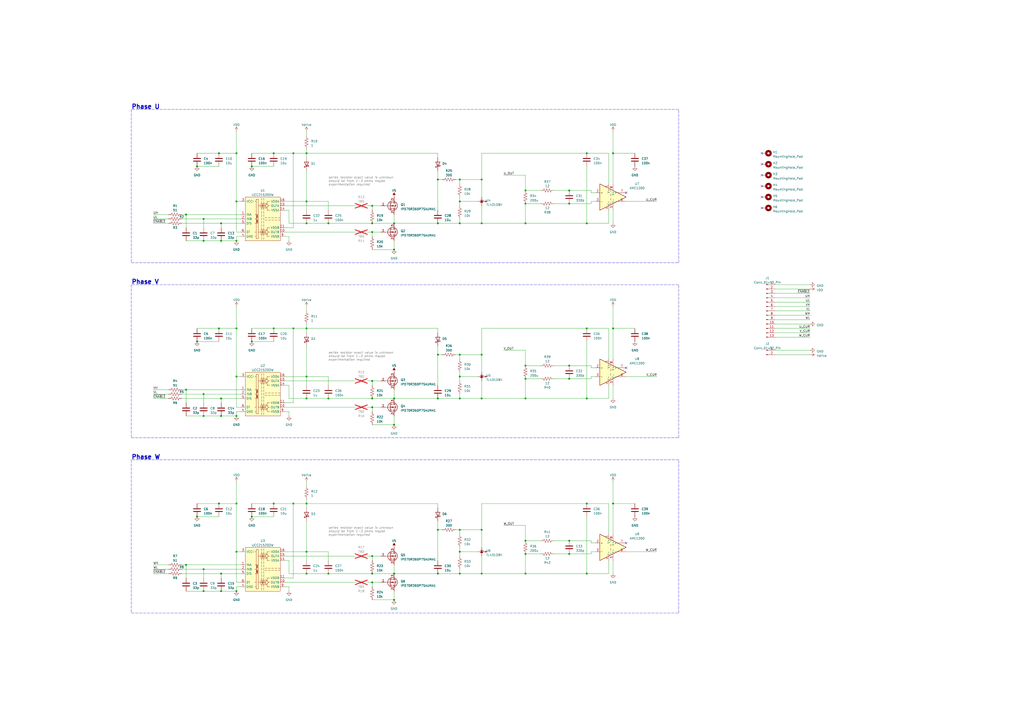
<source format=kicad_sch>
(kicad_sch (version 20230121) (generator eeschema)
  (paper "A2")
  (junction (at 279.4 104.14))
  (junction (at 330.2 118.11))
  (junction (at 170.18 88.9))
  (junction (at 304.8 332.74))
  (junction (at 266.7 104.14))
  (junction (at 340.36 292.1))
  (junction (at 177.8 129.54))
  (junction (at 279.4 231.14))
  (junction (at 279.4 307.34))
  (junction (at 107.95 327.66))
  (junction (at 330.2 219.71))
  (junction (at 107.95 124.46))
  (junction (at 304.8 321.31))
  (junction (at 304.8 110.49))
  (junction (at 215.9 332.74))
  (junction (at 170.18 190.5))
  (junction (at 266.7 231.14))
  (junction (at 190.5 332.74))
  (junction (at 254 332.74))
  (junction (at 127 88.9))
  (junction (at 266.7 218.44))
  (junction (at 118.11 139.7))
  (junction (at 128.27 332.74))
  (junction (at 215.9 322.58))
  (junction (at 330.2 313.69))
  (junction (at 228.6 231.14))
  (junction (at 355.6 190.5))
  (junction (at 279.4 205.74))
  (junction (at 228.6 129.54))
  (junction (at 304.8 212.09))
  (junction (at 118.11 127))
  (junction (at 228.6 332.74))
  (junction (at 177.8 320.04))
  (junction (at 107.95 226.06))
  (junction (at 340.36 129.54))
  (junction (at 340.36 332.74))
  (junction (at 114.3 198.12))
  (junction (at 228.6 144.78))
  (junction (at 215.9 134.62))
  (junction (at 340.36 190.5))
  (junction (at 128.27 342.9))
  (junction (at 254 307.34))
  (junction (at 128.27 241.3))
  (junction (at 266.7 332.74))
  (junction (at 279.4 332.74))
  (junction (at 158.75 292.1))
  (junction (at 266.7 307.34))
  (junction (at 266.7 116.84))
  (junction (at 266.7 205.74))
  (junction (at 215.9 220.98))
  (junction (at 254 129.54))
  (junction (at 340.36 231.14))
  (junction (at 128.27 129.54))
  (junction (at 279.4 129.54))
  (junction (at 127 190.5))
  (junction (at 177.8 292.1))
  (junction (at 137.16 190.5))
  (junction (at 254 104.14))
  (junction (at 304.8 231.14))
  (junction (at 128.27 139.7))
  (junction (at 114.3 299.72))
  (junction (at 177.8 116.84))
  (junction (at 118.11 241.3))
  (junction (at 177.8 190.5))
  (junction (at 146.05 299.72))
  (junction (at 355.6 88.9))
  (junction (at 137.16 139.7))
  (junction (at 137.16 292.1))
  (junction (at 330.2 212.09))
  (junction (at 177.8 231.14))
  (junction (at 114.3 96.52))
  (junction (at 266.7 129.54))
  (junction (at 304.8 118.11))
  (junction (at 304.8 219.71))
  (junction (at 228.6 246.38))
  (junction (at 146.05 198.12))
  (junction (at 177.8 88.9))
  (junction (at 330.2 321.31))
  (junction (at 137.16 218.44))
  (junction (at 190.5 129.54))
  (junction (at 118.11 228.6))
  (junction (at 177.8 332.74))
  (junction (at 128.27 231.14))
  (junction (at 127 292.1))
  (junction (at 118.11 330.2))
  (junction (at 215.9 231.14))
  (junction (at 170.18 292.1))
  (junction (at 137.16 241.3))
  (junction (at 158.75 88.9))
  (junction (at 304.8 313.69))
  (junction (at 215.9 119.38))
  (junction (at 355.6 292.1))
  (junction (at 190.5 231.14))
  (junction (at 330.2 110.49))
  (junction (at 215.9 236.22))
  (junction (at 137.16 88.9))
  (junction (at 254 231.14))
  (junction (at 177.8 218.44))
  (junction (at 137.16 116.84))
  (junction (at 254 205.74))
  (junction (at 118.11 342.9))
  (junction (at 146.05 96.52))
  (junction (at 158.75 190.5))
  (junction (at 137.16 320.04))
  (junction (at 228.6 347.98))
  (junction (at 340.36 88.9))
  (junction (at 215.9 129.54))
  (junction (at 266.7 320.04))
  (junction (at 215.9 337.82))
  (junction (at 304.8 129.54))
  (junction (at 137.16 342.9))
  (no_connect (at 363.22 213.36))
  (no_connect (at 441.96 95.25))
  (no_connect (at 441.96 107.95))
  (no_connect (at 441.96 88.9))
  (no_connect (at 441.96 101.6))
  (no_connect (at 363.22 314.96))
  (no_connect (at 441.96 114.3))
  (no_connect (at 441.96 120.65))
  (no_connect (at 363.22 111.76))
  (wire (pts (xy 304.8 110.49) (xy 313.69 110.49)))
  (wire (pts (xy 266.7 332.74) (xy 279.4 332.74)))
  (wire (pts (xy 177.8 231.14) (xy 190.5 231.14)))
  (wire (pts (xy 177.8 190.5) (xy 254 190.5)))
  (wire (pts (xy 330.2 212.09) (xy 342.9 212.09)))
  (wire (pts (xy 321.31 313.69) (xy 330.2 313.69)))
  (wire (pts (xy 266.7 116.84) (xy 266.7 119.38)))
  (wire (pts (xy 292.1 304.8) (xy 304.8 304.8)))
  (wire (pts (xy 353.06 223.52) (xy 353.06 231.14)))
  (wire (pts (xy 342.9 321.31) (xy 342.9 320.04)))
  (wire (pts (xy 165.1 322.58) (xy 205.74 322.58)))
  (wire (pts (xy 363.22 116.84) (xy 381 116.84)))
  (wire (pts (xy 177.8 325.12) (xy 177.8 320.04)))
  (wire (pts (xy 146.05 198.12) (xy 158.75 198.12)))
  (wire (pts (xy 254 205.74) (xy 256.54 205.74)))
  (wire (pts (xy 128.27 342.9) (xy 137.16 342.9)))
  (wire (pts (xy 114.3 190.5) (xy 127 190.5)))
  (wire (pts (xy 254 307.34) (xy 256.54 307.34)))
  (wire (pts (xy 177.8 223.52) (xy 177.8 218.44)))
  (wire (pts (xy 190.5 218.44) (xy 177.8 218.44)))
  (wire (pts (xy 353.06 325.12) (xy 353.06 332.74)))
  (wire (pts (xy 355.6 129.54) (xy 355.6 121.92)))
  (wire (pts (xy 266.7 205.74) (xy 279.4 205.74)))
  (wire (pts (xy 177.8 88.9) (xy 254 88.9)))
  (wire (pts (xy 170.18 292.1) (xy 177.8 292.1)))
  (wire (pts (xy 215.9 236.22) (xy 215.9 238.76)))
  (wire (pts (xy 146.05 292.1) (xy 158.75 292.1)))
  (wire (pts (xy 137.16 190.5) (xy 137.16 218.44)))
  (wire (pts (xy 279.4 119.38) (xy 279.4 129.54)))
  (wire (pts (xy 266.7 104.14) (xy 266.7 106.68)))
  (wire (pts (xy 279.4 104.14) (xy 279.4 114.3)))
  (wire (pts (xy 139.7 137.16) (xy 137.16 137.16)))
  (wire (pts (xy 146.05 299.72) (xy 158.75 299.72)))
  (wire (pts (xy 304.8 304.8) (xy 304.8 313.69)))
  (wire (pts (xy 363.22 320.04) (xy 381 320.04)))
  (wire (pts (xy 266.7 129.54) (xy 279.4 129.54)))
  (wire (pts (xy 279.4 220.98) (xy 279.4 231.14)))
  (wire (pts (xy 215.9 231.14) (xy 228.6 231.14)))
  (wire (pts (xy 321.31 118.11) (xy 330.2 118.11)))
  (wire (pts (xy 353.06 332.74) (xy 340.36 332.74)))
  (wire (pts (xy 321.31 219.71) (xy 330.2 219.71)))
  (wire (pts (xy 266.7 307.34) (xy 266.7 309.88)))
  (wire (pts (xy 118.11 330.2) (xy 139.7 330.2)))
  (wire (pts (xy 279.4 231.14) (xy 304.8 231.14)))
  (wire (pts (xy 342.9 213.36) (xy 345.44 213.36)))
  (wire (pts (xy 266.7 116.84) (xy 276.86 116.84)))
  (wire (pts (xy 177.8 91.44) (xy 177.8 88.9)))
  (wire (pts (xy 304.8 313.69) (xy 313.69 313.69)))
  (wire (pts (xy 137.16 177.8) (xy 137.16 190.5)))
  (wire (pts (xy 137.16 137.16) (xy 137.16 139.7)))
  (wire (pts (xy 167.64 129.54) (xy 167.64 121.92)))
  (wire (pts (xy 449.58 205.74) (xy 469.9 205.74)))
  (wire (pts (xy 266.7 231.14) (xy 279.4 231.14)))
  (wire (pts (xy 177.8 332.74) (xy 190.5 332.74)))
  (wire (pts (xy 215.9 322.58) (xy 220.98 322.58)))
  (wire (pts (xy 353.06 292.1) (xy 353.06 309.88)))
  (wire (pts (xy 353.06 121.92) (xy 353.06 129.54)))
  (wire (pts (xy 170.18 335.28) (xy 170.18 292.1)))
  (wire (pts (xy 114.3 88.9) (xy 127 88.9)))
  (wire (pts (xy 215.9 246.38) (xy 228.6 246.38)))
  (wire (pts (xy 228.6 226.06) (xy 228.6 231.14)))
  (wire (pts (xy 254 104.14) (xy 254 121.92)))
  (wire (pts (xy 118.11 228.6) (xy 118.11 233.68)))
  (wire (pts (xy 292.1 101.6) (xy 304.8 101.6)))
  (wire (pts (xy 107.95 327.66) (xy 139.7 327.66)))
  (polyline (pts (xy 393.7 266.7) (xy 76.2 266.7)) (stroke (width 0) (type dash)))
  (wire (pts (xy 170.18 190.5) (xy 177.8 190.5)))
  (wire (pts (xy 177.8 193.04) (xy 177.8 190.5)))
  (wire (pts (xy 353.06 129.54) (xy 340.36 129.54)))
  (wire (pts (xy 127 292.1) (xy 137.16 292.1)))
  (wire (pts (xy 105.41 226.06) (xy 107.95 226.06)))
  (wire (pts (xy 177.8 121.92) (xy 177.8 116.84)))
  (wire (pts (xy 228.6 144.78) (xy 228.6 139.7)))
  (wire (pts (xy 137.16 340.36) (xy 137.16 342.9)))
  (wire (pts (xy 105.41 332.74) (xy 128.27 332.74)))
  (wire (pts (xy 137.16 218.44) (xy 137.16 236.22)))
  (polyline (pts (xy 76.2 355.6) (xy 393.7 355.6)) (stroke (width 0) (type dash)))
  (wire (pts (xy 165.1 134.62) (xy 205.74 134.62)))
  (wire (pts (xy 342.9 314.96) (xy 345.44 314.96)))
  (wire (pts (xy 118.11 139.7) (xy 128.27 139.7)))
  (wire (pts (xy 105.41 330.2) (xy 118.11 330.2)))
  (wire (pts (xy 165.1 116.84) (xy 177.8 116.84)))
  (wire (pts (xy 177.8 302.26) (xy 177.8 320.04)))
  (wire (pts (xy 167.64 137.16) (xy 165.1 137.16)))
  (wire (pts (xy 363.22 218.44) (xy 381 218.44)))
  (wire (pts (xy 266.7 205.74) (xy 266.7 208.28)))
  (wire (pts (xy 304.8 101.6) (xy 304.8 110.49)))
  (wire (pts (xy 215.9 337.82) (xy 220.98 337.82)))
  (wire (pts (xy 215.9 119.38) (xy 215.9 121.92)))
  (wire (pts (xy 355.6 88.9) (xy 355.6 76.2)))
  (wire (pts (xy 228.6 129.54) (xy 254 129.54)))
  (polyline (pts (xy 76.2 165.1) (xy 76.2 254)) (stroke (width 0) (type dash)))
  (wire (pts (xy 279.4 88.9) (xy 340.36 88.9)))
  (wire (pts (xy 266.7 218.44) (xy 266.7 220.98)))
  (wire (pts (xy 165.1 132.08) (xy 170.18 132.08)))
  (wire (pts (xy 228.6 124.46) (xy 228.6 129.54)))
  (wire (pts (xy 215.9 220.98) (xy 220.98 220.98)))
  (wire (pts (xy 190.5 121.92) (xy 190.5 116.84)))
  (wire (pts (xy 353.06 88.9) (xy 340.36 88.9)))
  (wire (pts (xy 107.95 124.46) (xy 107.95 132.08)))
  (polyline (pts (xy 76.2 254) (xy 393.7 254)) (stroke (width 0) (type dash)))
  (wire (pts (xy 139.7 134.62) (xy 137.16 134.62)))
  (wire (pts (xy 165.1 320.04) (xy 177.8 320.04)))
  (wire (pts (xy 342.9 320.04) (xy 345.44 320.04)))
  (wire (pts (xy 137.16 116.84) (xy 137.16 134.62)))
  (wire (pts (xy 177.8 99.06) (xy 177.8 116.84)))
  (wire (pts (xy 88.9 226.06) (xy 97.79 226.06)))
  (wire (pts (xy 167.64 340.36) (xy 165.1 340.36)))
  (wire (pts (xy 128.27 332.74) (xy 139.7 332.74)))
  (wire (pts (xy 167.64 231.14) (xy 177.8 231.14)))
  (wire (pts (xy 254 88.9) (xy 254 91.44)))
  (wire (pts (xy 304.8 203.2) (xy 304.8 212.09)))
  (wire (pts (xy 355.6 190.5) (xy 355.6 177.8)))
  (wire (pts (xy 177.8 76.2) (xy 177.8 78.74)))
  (wire (pts (xy 105.41 129.54) (xy 128.27 129.54)))
  (wire (pts (xy 355.6 190.5) (xy 355.6 208.28)))
  (wire (pts (xy 167.64 325.12) (xy 165.1 325.12)))
  (wire (pts (xy 107.95 327.66) (xy 107.95 335.28)))
  (wire (pts (xy 342.9 110.49) (xy 342.9 111.76)))
  (wire (pts (xy 321.31 212.09) (xy 330.2 212.09)))
  (wire (pts (xy 279.4 322.58) (xy 279.4 332.74)))
  (wire (pts (xy 128.27 129.54) (xy 139.7 129.54)))
  (wire (pts (xy 137.16 292.1) (xy 137.16 320.04)))
  (wire (pts (xy 128.27 129.54) (xy 128.27 132.08)))
  (wire (pts (xy 158.75 190.5) (xy 170.18 190.5)))
  (wire (pts (xy 215.9 119.38) (xy 220.98 119.38)))
  (wire (pts (xy 190.5 116.84) (xy 177.8 116.84)))
  (wire (pts (xy 128.27 139.7) (xy 137.16 139.7)))
  (wire (pts (xy 254 99.06) (xy 254 104.14)))
  (wire (pts (xy 266.7 228.6) (xy 266.7 231.14)))
  (wire (pts (xy 330.2 219.71) (xy 342.9 219.71)))
  (wire (pts (xy 215.9 347.98) (xy 228.6 347.98)))
  (wire (pts (xy 190.5 320.04) (xy 177.8 320.04)))
  (wire (pts (xy 177.8 294.64) (xy 177.8 292.1)))
  (wire (pts (xy 355.6 332.74) (xy 355.6 325.12)))
  (wire (pts (xy 88.9 129.54) (xy 97.79 129.54)))
  (wire (pts (xy 167.64 241.3) (xy 167.64 238.76)))
  (wire (pts (xy 264.16 205.74) (xy 266.7 205.74)))
  (wire (pts (xy 215.9 134.62) (xy 215.9 137.16)))
  (wire (pts (xy 139.7 238.76) (xy 137.16 238.76)))
  (wire (pts (xy 105.41 127) (xy 118.11 127)))
  (wire (pts (xy 137.16 88.9) (xy 137.16 116.84)))
  (wire (pts (xy 177.8 187.96) (xy 177.8 190.5)))
  (wire (pts (xy 449.58 170.18) (xy 469.9 170.18)))
  (wire (pts (xy 342.9 111.76) (xy 345.44 111.76)))
  (wire (pts (xy 88.9 124.46) (xy 97.79 124.46)))
  (wire (pts (xy 449.58 177.8) (xy 469.9 177.8)))
  (wire (pts (xy 114.3 96.52) (xy 127 96.52)))
  (wire (pts (xy 128.27 231.14) (xy 139.7 231.14)))
  (wire (pts (xy 355.6 292.1) (xy 355.6 279.4)))
  (wire (pts (xy 254 200.66) (xy 254 205.74)))
  (wire (pts (xy 342.9 313.69) (xy 342.9 314.96)))
  (wire (pts (xy 342.9 212.09) (xy 342.9 213.36)))
  (wire (pts (xy 137.16 320.04) (xy 137.16 337.82)))
  (wire (pts (xy 118.11 342.9) (xy 128.27 342.9)))
  (wire (pts (xy 321.31 110.49) (xy 330.2 110.49)))
  (wire (pts (xy 292.1 203.2) (xy 304.8 203.2)))
  (wire (pts (xy 254 129.54) (xy 266.7 129.54)))
  (wire (pts (xy 228.6 327.66) (xy 228.6 332.74)))
  (wire (pts (xy 88.9 228.6) (xy 97.79 228.6)))
  (wire (pts (xy 118.11 228.6) (xy 139.7 228.6)))
  (wire (pts (xy 177.8 177.8) (xy 177.8 180.34)))
  (wire (pts (xy 355.6 292.1) (xy 355.6 309.88)))
  (wire (pts (xy 165.1 337.82) (xy 205.74 337.82)))
  (wire (pts (xy 449.58 165.1) (xy 469.9 165.1)))
  (wire (pts (xy 167.64 129.54) (xy 177.8 129.54)))
  (wire (pts (xy 304.8 212.09) (xy 313.69 212.09)))
  (wire (pts (xy 254 302.26) (xy 254 307.34)))
  (wire (pts (xy 118.11 330.2) (xy 118.11 335.28)))
  (wire (pts (xy 449.58 193.04) (xy 469.9 193.04)))
  (wire (pts (xy 213.36 236.22) (xy 215.9 236.22)))
  (wire (pts (xy 165.1 236.22) (xy 205.74 236.22)))
  (wire (pts (xy 266.7 215.9) (xy 266.7 218.44)))
  (wire (pts (xy 88.9 327.66) (xy 97.79 327.66)))
  (wire (pts (xy 167.64 238.76) (xy 165.1 238.76)))
  (wire (pts (xy 128.27 231.14) (xy 128.27 233.68)))
  (wire (pts (xy 88.9 330.2) (xy 97.79 330.2)))
  (wire (pts (xy 353.06 231.14) (xy 340.36 231.14)))
  (wire (pts (xy 137.16 76.2) (xy 137.16 88.9)))
  (wire (pts (xy 177.8 129.54) (xy 190.5 129.54)))
  (polyline (pts (xy 393.7 152.4) (xy 393.7 63.5)) (stroke (width 0) (type dash)))
  (wire (pts (xy 137.16 238.76) (xy 137.16 241.3)))
  (wire (pts (xy 340.36 129.54) (xy 304.8 129.54)))
  (wire (pts (xy 170.18 88.9) (xy 177.8 88.9)))
  (wire (pts (xy 190.5 231.14) (xy 215.9 231.14)))
  (wire (pts (xy 213.36 322.58) (xy 215.9 322.58)))
  (wire (pts (xy 279.4 307.34) (xy 279.4 317.5)))
  (wire (pts (xy 279.4 332.74) (xy 304.8 332.74)))
  (wire (pts (xy 266.7 320.04) (xy 266.7 322.58)))
  (wire (pts (xy 167.64 342.9) (xy 167.64 340.36)))
  (wire (pts (xy 213.36 337.82) (xy 215.9 337.82)))
  (wire (pts (xy 165.1 119.38) (xy 205.74 119.38)))
  (wire (pts (xy 177.8 292.1) (xy 254 292.1)))
  (wire (pts (xy 213.36 134.62) (xy 215.9 134.62)))
  (wire (pts (xy 137.16 320.04) (xy 139.7 320.04)))
  (wire (pts (xy 88.9 332.74) (xy 97.79 332.74)))
  (wire (pts (xy 279.4 205.74) (xy 279.4 215.9)))
  (wire (pts (xy 215.9 332.74) (xy 228.6 332.74)))
  (polyline (pts (xy 393.7 63.5) (xy 76.2 63.5)) (stroke (width 0) (type dash)))
  (wire (pts (xy 165.1 220.98) (xy 205.74 220.98)))
  (wire (pts (xy 127 190.5) (xy 137.16 190.5)))
  (wire (pts (xy 177.8 289.56) (xy 177.8 292.1)))
  (wire (pts (xy 254 332.74) (xy 266.7 332.74)))
  (wire (pts (xy 254 292.1) (xy 254 294.64)))
  (wire (pts (xy 279.4 292.1) (xy 340.36 292.1)))
  (wire (pts (xy 190.5 332.74) (xy 215.9 332.74)))
  (wire (pts (xy 127 88.9) (xy 137.16 88.9)))
  (wire (pts (xy 340.36 332.74) (xy 304.8 332.74)))
  (wire (pts (xy 264.16 104.14) (xy 266.7 104.14)))
  (wire (pts (xy 342.9 218.44) (xy 345.44 218.44)))
  (wire (pts (xy 340.36 198.12) (xy 340.36 231.14)))
  (wire (pts (xy 215.9 134.62) (xy 220.98 134.62)))
  (wire (pts (xy 114.3 198.12) (xy 127 198.12)))
  (wire (pts (xy 353.06 190.5) (xy 353.06 208.28)))
  (wire (pts (xy 190.5 325.12) (xy 190.5 320.04)))
  (polyline (pts (xy 393.7 355.6) (xy 393.7 266.7)) (stroke (width 0) (type dash)))
  (wire (pts (xy 146.05 96.52) (xy 158.75 96.52)))
  (wire (pts (xy 114.3 292.1) (xy 127 292.1)))
  (wire (pts (xy 105.41 124.46) (xy 107.95 124.46)))
  (wire (pts (xy 167.64 332.74) (xy 177.8 332.74)))
  (wire (pts (xy 340.36 299.72) (xy 340.36 332.74)))
  (wire (pts (xy 215.9 129.54) (xy 228.6 129.54)))
  (wire (pts (xy 304.8 321.31) (xy 304.8 332.74)))
  (wire (pts (xy 158.75 88.9) (xy 170.18 88.9)))
  (wire (pts (xy 330.2 321.31) (xy 342.9 321.31)))
  (wire (pts (xy 355.6 292.1) (xy 368.3 292.1)))
  (wire (pts (xy 266.7 330.2) (xy 266.7 332.74)))
  (wire (pts (xy 118.11 127) (xy 139.7 127)))
  (wire (pts (xy 342.9 219.71) (xy 342.9 218.44)))
  (wire (pts (xy 449.58 180.34) (xy 469.9 180.34)))
  (wire (pts (xy 139.7 236.22) (xy 137.16 236.22)))
  (wire (pts (xy 177.8 279.4) (xy 177.8 281.94)))
  (wire (pts (xy 449.58 185.42) (xy 469.9 185.42)))
  (wire (pts (xy 146.05 88.9) (xy 158.75 88.9)))
  (wire (pts (xy 190.5 223.52) (xy 190.5 218.44)))
  (wire (pts (xy 304.8 321.31) (xy 313.69 321.31)))
  (wire (pts (xy 158.75 292.1) (xy 170.18 292.1)))
  (wire (pts (xy 279.4 205.74) (xy 279.4 190.5)))
  (wire (pts (xy 355.6 231.14) (xy 355.6 223.52)))
  (wire (pts (xy 254 307.34) (xy 254 325.12)))
  (wire (pts (xy 266.7 218.44) (xy 276.86 218.44)))
  (wire (pts (xy 266.7 317.5) (xy 266.7 320.04)))
  (wire (pts (xy 449.58 167.64) (xy 469.9 167.64)))
  (wire (pts (xy 321.31 321.31) (xy 330.2 321.31)))
  (wire (pts (xy 279.4 307.34) (xy 279.4 292.1)))
  (wire (pts (xy 215.9 236.22) (xy 220.98 236.22)))
  (wire (pts (xy 177.8 86.36) (xy 177.8 88.9)))
  (wire (pts (xy 228.6 231.14) (xy 254 231.14)))
  (wire (pts (xy 266.7 320.04) (xy 276.86 320.04)))
  (wire (pts (xy 215.9 322.58) (xy 215.9 325.12)))
  (wire (pts (xy 167.64 223.52) (xy 165.1 223.52)))
  (polyline (pts (xy 393.7 165.1) (xy 76.2 165.1)) (stroke (width 0) (type dash)))
  (wire (pts (xy 353.06 292.1) (xy 340.36 292.1)))
  (wire (pts (xy 128.27 241.3) (xy 137.16 241.3)))
  (wire (pts (xy 355.6 88.9) (xy 355.6 106.68)))
  (wire (pts (xy 266.7 114.3) (xy 266.7 116.84)))
  (wire (pts (xy 137.16 279.4) (xy 137.16 292.1)))
  (wire (pts (xy 304.8 219.71) (xy 304.8 231.14)))
  (wire (pts (xy 105.41 228.6) (xy 118.11 228.6)))
  (wire (pts (xy 215.9 220.98) (xy 215.9 223.52)))
  (wire (pts (xy 449.58 187.96) (xy 469.9 187.96)))
  (wire (pts (xy 114.3 299.72) (xy 127 299.72)))
  (wire (pts (xy 353.06 190.5) (xy 340.36 190.5)))
  (wire (pts (xy 264.16 307.34) (xy 266.7 307.34)))
  (wire (pts (xy 304.8 219.71) (xy 313.69 219.71)))
  (wire (pts (xy 330.2 110.49) (xy 342.9 110.49)))
  (wire (pts (xy 213.36 119.38) (xy 215.9 119.38)))
  (wire (pts (xy 107.95 226.06) (xy 107.95 233.68)))
  (wire (pts (xy 449.58 175.26) (xy 469.9 175.26)))
  (wire (pts (xy 340.36 231.14) (xy 304.8 231.14)))
  (wire (pts (xy 137.16 116.84) (xy 139.7 116.84)))
  (wire (pts (xy 279.4 129.54) (xy 304.8 129.54)))
  (wire (pts (xy 88.9 231.14) (xy 97.79 231.14)))
  (wire (pts (xy 128.27 332.74) (xy 128.27 335.28)))
  (wire (pts (xy 165.1 233.68) (xy 170.18 233.68)))
  (wire (pts (xy 304.8 118.11) (xy 313.69 118.11)))
  (wire (pts (xy 340.36 96.52) (xy 340.36 129.54)))
  (wire (pts (xy 146.05 190.5) (xy 158.75 190.5)))
  (wire (pts (xy 353.06 88.9) (xy 353.06 106.68)))
  (wire (pts (xy 107.95 226.06) (xy 139.7 226.06)))
  (wire (pts (xy 228.6 347.98) (xy 228.6 342.9)))
  (wire (pts (xy 330.2 118.11) (xy 342.9 118.11)))
  (wire (pts (xy 254 104.14) (xy 256.54 104.14)))
  (wire (pts (xy 107.95 241.3) (xy 118.11 241.3)))
  (wire (pts (xy 177.8 200.66) (xy 177.8 218.44)))
  (wire (pts (xy 107.95 139.7) (xy 118.11 139.7)))
  (wire (pts (xy 167.64 139.7) (xy 167.64 137.16)))
  (wire (pts (xy 266.7 127) (xy 266.7 129.54)))
  (wire (pts (xy 228.6 332.74) (xy 254 332.74)))
  (wire (pts (xy 137.16 218.44) (xy 139.7 218.44)))
  (wire (pts (xy 254 190.5) (xy 254 193.04)))
  (wire (pts (xy 279.4 104.14) (xy 279.4 88.9)))
  (wire (pts (xy 355.6 88.9) (xy 368.3 88.9)))
  (wire (pts (xy 449.58 172.72) (xy 469.9 172.72)))
  (wire (pts (xy 118.11 241.3) (xy 128.27 241.3)))
  (wire (pts (xy 105.41 327.66) (xy 107.95 327.66)))
  (wire (pts (xy 190.5 129.54) (xy 215.9 129.54)))
  (wire (pts (xy 107.95 342.9) (xy 118.11 342.9)))
  (wire (pts (xy 105.41 231.14) (xy 128.27 231.14)))
  (wire (pts (xy 88.9 127) (xy 97.79 127)))
  (polyline (pts (xy 76.2 63.5) (xy 76.2 152.4)) (stroke (width 0) (type dash)))
  (wire (pts (xy 330.2 313.69) (xy 342.9 313.69)))
  (wire (pts (xy 139.7 337.82) (xy 137.16 337.82)))
  (polyline (pts (xy 76.2 152.4) (xy 393.7 152.4)) (stroke (width 0) (type dash)))
  (wire (pts (xy 215.9 337.82) (xy 215.9 340.36)))
  (polyline (pts (xy 76.2 266.7) (xy 76.2 355.6)) (stroke (width 0) (type dash)))
  (wire (pts (xy 118.11 127) (xy 118.11 132.08)))
  (wire (pts (xy 449.58 203.2) (xy 469.9 203.2)))
  (wire (pts (xy 170.18 132.08) (xy 170.18 88.9)))
  (wire (pts (xy 139.7 340.36) (xy 137.16 340.36)))
  (wire (pts (xy 213.36 220.98) (xy 215.9 220.98)))
  (wire (pts (xy 165.1 335.28) (xy 170.18 335.28)))
  (wire (pts (xy 449.58 195.58) (xy 469.9 195.58)))
  (wire (pts (xy 228.6 246.38) (xy 228.6 241.3)))
  (wire (pts (xy 107.95 124.46) (xy 139.7 124.46)))
  (wire (pts (xy 342.9 116.84) (xy 345.44 116.84)))
  (wire (pts (xy 266.7 307.34) (xy 279.4 307.34)))
  (wire (pts (xy 215.9 144.78) (xy 228.6 144.78)))
  (wire (pts (xy 254 231.14) (xy 266.7 231.14)))
  (wire (pts (xy 167.64 231.14) (xy 167.64 223.52)))
  (polyline (pts (xy 393.7 254) (xy 393.7 165.1)) (stroke (width 0) (type dash)))
  (wire (pts (xy 170.18 233.68) (xy 170.18 190.5)))
  (wire (pts (xy 449.58 190.5) (xy 469.9 190.5)))
  (wire (pts (xy 266.7 104.14) (xy 279.4 104.14)))
  (wire (pts (xy 165.1 218.44) (xy 177.8 218.44)))
  (wire (pts (xy 304.8 118.11) (xy 304.8 129.54)))
  (wire (pts (xy 167.64 332.74) (xy 167.64 325.12)))
  (wire (pts (xy 342.9 118.11) (xy 342.9 116.84)))
  (wire (pts (xy 355.6 190.5) (xy 368.3 190.5)))
  (wire (pts (xy 279.4 190.5) (xy 340.36 190.5)))
  (wire (pts (xy 449.58 182.88) (xy 469.9 182.88)))
  (wire (pts (xy 167.64 121.92) (xy 165.1 121.92)))
  (wire (pts (xy 254 205.74) (xy 254 223.52)))
  (text "series resistor exact value is unknown\nshould be from 1-3 ohms maybe\nexperimentation required" (at 190.5 209.55 0) (effects (font (size 1.27 1.27) italic) (justify left bottom)))
  (text "Phase U" (at 76.2 63.5 0) (effects (font (size 2.54 2.54) (thickness 0.508) bold) (justify left bottom)))
  (text "series resistor exact value is unknown\nshould be from 1-3 ohms maybe\nexperimentation required" (at 190.5 107.95 0) (effects (font (size 1.27 1.27) italic) (justify left bottom)))
  (text "series resistor exact value is unknown\nshould be from 1-3 ohms maybe\nexperimentation required" (at 190.5 311.15 0) (effects (font (size 1.27 1.27) italic) (justify left bottom)))
  (text "Phase W" (at 76.2 266.7 0) (effects (font (size 2.54 2.54) (thickness 0.508) bold) (justify left bottom)))
  (text "Phase V" (at 76.2 165.1 0) (effects (font (size 2.54 2.54) (thickness 0.508) bold) (justify left bottom)))
  (label "V_CUR" (at 469.9 193.04 180))
  (label "WL" (at 469.9 185.42 180))
  (label "UL" (at 469.9 175.26 180))
  (label "VH" (at 88.9 226.06 0))
  (label "U_CUR" (at 381 116.84 180))
  (label "~{ENABLE}" (at 88.9 129.54 0))
  (label "W_OUT" (at 292.1 304.8 0))
  (label "WL" (at 88.9 330.2 0))
  (label "~{ENABLE}" (at 88.9 231.14 0))
  (label "VL" (at 88.9 228.6 0))
  (label "VH" (at 469.9 177.8 180))
  (label "UH" (at 88.9 124.46 0))
  (label "W_CUR" (at 469.9 195.58 180))
  (label "WH" (at 88.9 327.66 0))
  (label "U_CUR" (at 469.9 190.5 180))
  (label "V_OUT" (at 292.1 203.2 0))
  (label "U_OUT" (at 292.1 101.6 0))
  (label "VL" (at 469.9 180.34 180))
  (label "W_CUR" (at 381 320.04 180))
  (label "WH" (at 469.9 182.88 180))
  (label "~{ENABLE}" (at 469.9 170.18 180))
  (label "V_CUR" (at 381 218.44 180))
  (label "UH" (at 469.9 172.72 180))
  (label "UL" (at 88.9 127 0))
  (label "~{ENABLE}" (at 88.9 332.74 0))
  (symbol (lib_id "Device:R_US") (at 101.6 129.54 90) (unit 1)
    (property "Reference" "R3" (at 101.6 132.08 90))
    (property "Value" "51" (effects hide))
    (property "Footprint" "Resistor_SMD:R_0805_2012Metric" (effects hide))
    (property "Datasheet" "https://www.mouser.com/datasheet/2/315/AOA0000C331-1141874.pdf" (effects hide))
    (property "Order" "https://www.mouser.com/ProductDetail/Panasonic/ERJ-P06F51R0V?qs=sGAEpiMZZMvdGkrng054tzSGWtpoOZZIP7NO8oNpKRA%3D" (effects hide))
  )
  (symbol (lib_id "Device:C") (at 127 92.71 0) (unit 1)
    (property "Reference" "C10" (at 130.81 92.075 0) (effects (justify left)))
    (property "Value" "10u" (at 130.81 94.615 0) (effects (justify left)))
    (property "Footprint" "Capacitor_SMD:C_1206_3216Metric" (effects hide))
    (property "Datasheet" "https://www.mouser.com/datasheet/2/281/1/GRM31CR71E106KA12_01CA-1987921.pdf" (effects hide))
    (property "Order" "https://www.mouser.com/ProductDetail/Murata-Electronics/GRM31CR71E106KA12L?qs=sGAEpiMZZMvsSlwiRhF8qunkWFWGyo%252BvPuyjs/n5ba8%3D" (effects hide))
  )
  (symbol (lib_id "Device:R_US") (at 266.7 224.79 0) (unit 1)
    (property "Reference" "R31" (at 269.24 224.155 0) (effects (justify left)))
    (property "Value" "10k" (at 269.24 226.695 0) (effects (justify left)))
    (property "Footprint" "Resistor_SMD:R_0805_2012Metric" (effects hide))
    (property "Datasheet" "https://www.mouser.com/datasheet/2/315/AOA0000C304-1149620.pdf" (effects hide))
    (property "Order" "https://www.mouser.com/ProductDetail/Panasonic/ERJ-6ENF1002V?qs=sGAEpiMZZMvdGkrng054t8ugkoYZivkgRfSmYf8KY9w%3D" (effects hide))
  )
  (symbol (lib_id "power:GND") (at 355.6 231.14 0) (unit 1)
    (property "Reference" "#PWR023" (effects hide))
    (property "Value" "GND" (at 355.6 236.22 0))
  )
  (symbol (lib_id "power:GND") (at 146.05 96.52 0) (unit 1)
    (property "Reference" "#PWR08" (effects hide))
    (property "Value" "GND" (at 146.05 101.6 0))
  )
  (symbol (lib_id "Device:R_US") (at 101.6 228.6 90) (unit 1)
    (property "Reference" "R5" (at 105.41 227.33 90))
    (property "Value" "51" (effects hide))
    (property "Footprint" "Resistor_SMD:R_0805_2012Metric" (effects hide))
    (property "Datasheet" "https://www.mouser.com/datasheet/2/315/AOA0000C331-1141874.pdf" (effects hide))
    (property "Order" "https://www.mouser.com/ProductDetail/Panasonic/ERJ-P06F51R0V?qs=sGAEpiMZZMvdGkrng054tzSGWtpoOZZIP7NO8oNpKRA%3D" (effects hide))
  )
  (symbol (lib_id "Device:C") (at 190.5 328.93 0) (unit 1)
    (property "Reference" "C27" (at 194.31 328.295 0) (effects (justify left)))
    (property "Value" "100n" (at 194.31 330.835 0) (effects (justify left)))
    (property "Footprint" "Capacitor_SMD:C_1206_3216Metric" (effects hide))
    (property "Datasheet" "https://www.mouser.com/datasheet/2/281/1/GRM3195C1H104JA05_01A-1987132.pdf" (effects hide))
    (property "Order" "https://www.mouser.com/ProductDetail/Murata-Electronics/GRM3195C1H104JA05D?qs=sGAEpiMZZMvsSlwiRhF8qtsGU/CnaNeQltqslDj%252Bbfl9yz60Q4XpLA%3D%3D" (effects hide))
  )
  (symbol (lib_id "Device:C") (at 107.95 237.49 0) (unit 1)
    (property "Reference" "C2" (at 111.76 236.855 0) (effects (justify left)))
    (property "Value" "33p" (at 111.76 239.395 0) (effects (justify left)))
    (property "Footprint" "Capacitor_SMD:C_0603_1608Metric" (effects hide))
    (property "Datasheet" "https://www.mouser.com/datasheet/2/281/1/GRM1885C2A330JA01_01A-1985296.pdf" (effects hide))
    (property "Order" "https://www.mouser.com/ProductDetail/Murata-Electronics/GRM1885C2A330JA01D?qs=sGAEpiMZZMvsSlwiRhF8qsNeqz0drMeQ21tx2K5GCMg%3D" (effects hide))
  )
  (symbol (lib_id "power:GND") (at 469.9 165.1 90) (mirror x) (unit 1)
    (property "Reference" "#PWR012" (effects hide))
    (property "Value" "GND" (at 473.71 165.735 90) (effects (justify right)))
  )
  (symbol (lib_id "power:VDD") (at 469.9 167.64 270) (mirror x) (unit 1)
    (property "Reference" "#PWR021" (effects hide))
    (property "Value" "VDD" (at 473.71 168.275 90) (effects (justify left)))
  )
  (symbol (lib_id "Device:C") (at 107.95 339.09 0) (unit 1)
    (property "Reference" "C3" (at 111.76 338.455 0) (effects (justify left)))
    (property "Value" "33p" (at 111.76 340.995 0) (effects (justify left)))
    (property "Footprint" "Capacitor_SMD:C_0603_1608Metric" (effects hide))
    (property "Datasheet" "https://www.mouser.com/datasheet/2/281/1/GRM1885C2A330JA01_01A-1985296.pdf" (effects hide))
    (property "Order" "https://www.mouser.com/ProductDetail/Murata-Electronics/GRM1885C2A330JA01D?qs=sGAEpiMZZMvsSlwiRhF8qsNeqz0drMeQ21tx2K5GCMg%3D" (effects hide))
  )
  (symbol (lib_id "Device:C") (at 254 125.73 0) (unit 1)
    (property "Reference" "C28" (at 257.81 125.095 0) (effects (justify left)))
    (property "Value" "10u" (at 257.81 127.635 0) (effects (justify left)))
    (property "Footprint" "Capacitor_SMD:C_1206_3216Metric" (effects hide))
    (property "Datasheet" "https://www.mouser.com/datasheet/2/281/1/GRM31CR71E106KA12_01CA-1987921.pdf" (effects hide))
    (property "Order" "https://www.mouser.com/ProductDetail/Murata-Electronics/GRM31CR71E106KA12L?qs=sGAEpiMZZMvsSlwiRhF8qunkWFWGyo%252BvPuyjs/n5ba8%3D" (effects hide))
  )
  (symbol (lib_id "Device:R_US") (at 101.6 327.66 90) (unit 1)
    (property "Reference" "R7" (at 101.6 322.58 90))
    (property "Value" "51" (at 101.6 325.12 90))
    (property "Footprint" "Resistor_SMD:R_0805_2012Metric" (effects hide))
    (property "Datasheet" "https://www.mouser.com/datasheet/2/315/AOA0000C331-1141874.pdf" (effects hide))
    (property "Order" "https://www.mouser.com/ProductDetail/Panasonic/ERJ-P06F51R0V?qs=sGAEpiMZZMvdGkrng054tzSGWtpoOZZIP7NO8oNpKRA%3D" (effects hide))
  )
  (symbol (lib_id "Driver_FET:UCC21520DW") (at 152.4 330.2 0) (unit 1)
    (property "Reference" "U3" (at 152.4 313.69 0))
    (property "Value" "UCC21520DW" (at 152.4 316.23 0))
    (property "Footprint" "Package_SO:SOIC-16W_7.5x10.3mm_P1.27mm" (effects hide))
    (property "Datasheet" "http://www.ti.com/lit/ds/symlink/ucc21520.pdf" (effects hide))
    (property "Order" "https://www.ti.com/product/UCC21520?keyMatch=UCC21520&tisearch=search-everything&usecase=GPN" (effects hide))
  )
  (symbol (lib_id "Device:R_US") (at 215.9 242.57 0) (unit 1)
    (property "Reference" "R22" (at 218.44 241.935 0) (effects (justify left)))
    (property "Value" "10k" (at 218.44 244.475 0) (effects (justify left)))
    (property "Footprint" "Resistor_SMD:R_0805_2012Metric" (effects hide))
    (property "Datasheet" "https://www.mouser.com/datasheet/2/315/AOA0000C304-1149620.pdf" (effects hide))
    (property "Order" "https://www.mouser.com/ProductDetail/Panasonic/ERJ-6ENF1002V?qs=sGAEpiMZZMvdGkrng054t8ugkoYZivkgRfSmYf8KY9w%3D" (effects hide))
  )
  (symbol (lib_id "Reference_Voltage:TL431DBV") (at 279.4 116.84 90) (unit 1)
    (property "Reference" "U4" (at 281.94 116.205 90) (effects (justify right)))
    (property "Value" "TL431DBV" (at 281.94 118.745 90) (effects (justify right)))
    (property "Footprint" "Package_TO_SOT_SMD:SOT-23-5" (effects hide))
    (property "Datasheet" "http://www.ti.com/lit/ds/symlink/tl431.pdf" (effects hide))
    (property "Order" "https://www.ti.com/product/TL431?keyMatch=TL431&tisearch=search-everything&usecase=GPN&login-check=true" (effects hide))
  )
  (symbol (lib_id "power:GND") (at 167.64 241.3 0) (unit 1)
    (property "Reference" "#PWR017" (effects hide))
    (property "Value" "GND" (at 167.64 246.38 0))
  )
  (symbol (lib_id "Device:Q_NMOS_GSD") (at 226.06 119.38 0) (unit 1)
    (property "Reference" "Q1" (at 232.41 118.745 0) (effects (justify left)))
    (property "Value" "IPD70R360P7SAUMA1" (at 232.41 121.285 0) (effects (justify left)))
    (property "Footprint" "Package_TO_SOT_SMD:Infineon_PG-HSOF-8-1_ThermalVias" (effects hide))
    (property "Datasheet" "https://www.infineon.com/dgdl/Infineon-IPT030N12N3%20G-DataSheet-v02_01-EN.pdf?fileId=5546d46275b79adb0175fa8deefe6cad" (effects hide))
    (property "Order" "https://www.infineon.com/cms/en/product/power/mosfet/n-channel/ipt030n12n3-g/" (effects hide))
  )
  (symbol (lib_id "Connector:Conn_01x02_Pin") (at 444.5 203.2 0) (unit 1)
    (property "Reference" "J2" (at 445.135 199.39 0))
    (property "Value" "Conn_01x02_Pin" (at 445.135 201.93 0))
    (property "Footprint" "Connector_PinHeader_2.54mm:PinHeader_1x02_P2.54mm_Vertical" (effects hide))
  )
  (symbol (lib_id "Device:R_US") (at 266.7 326.39 0) (unit 1)
    (property "Reference" "R33" (at 269.24 325.755 0) (effects (justify left)))
    (property "Value" "10k" (at 269.24 328.295 0) (effects (justify left)))
    (property "Footprint" "Resistor_SMD:R_0805_2012Metric" (effects hide))
    (property "Datasheet" "https://www.mouser.com/datasheet/2/315/AOA0000C304-1149620.pdf" (effects hide))
    (property "Order" "https://www.mouser.com/ProductDetail/Panasonic/ERJ-6ENF1002V?qs=sGAEpiMZZMvdGkrng054t8ugkoYZivkgRfSmYf8KY9w%3D" (effects hide))
  )
  (symbol (lib_id "power:GND") (at 355.6 129.54 0) (unit 1)
    (property "Reference" "#PWR09" (effects hide))
    (property "Value" "GND" (at 355.6 134.62 0))
  )
  (symbol (lib_id "Device:R_US") (at 317.5 321.31 90) (mirror x) (unit 1)
    (property "Reference" "R42" (at 317.5 326.39 90))
    (property "Value" "12" (at 317.5 323.85 90))
    (property "Footprint" "Resistor_SMD:R_0805_2012Metric" (effects hide))
    (property "Datasheet" "https://www.mouser.com/datasheet/2/315/AOA0000C304-1149620.pdf" (effects hide))
    (property "Order" "https://www.mouser.com/ProductDetail/Panasonic/ERJ-6ENF12R0V?qs=sGAEpiMZZMvdGkrng054t8AJgcdMkx7xJtAWLkEBQ3k%3D" (effects hide))
  )
  (symbol (lib_id "Device:C") (at 330.2 114.3 0) (unit 1)
    (property "Reference" "C31" (at 334.01 113.665 0) (effects (justify left)))
    (property "Value" "330p" (at 334.01 116.205 0) (effects (justify left)))
    (property "Footprint" "Capacitor_SMD:C_0805_2012Metric" (effects hide))
    (property "Datasheet" "https://www.mouser.com/datasheet/2/281/1/GRM2165C2A331JA01_01A-1986107.pdf" (effects hide))
    (property "Order" "https://www.mouser.com/ProductDetail/Murata-Electronics/GRM2165C2A331JA01D?qs=sGAEpiMZZMvsSlwiRhF8qmi3ey35rNIfincnhcJ8Pi4%3D" (effects hide))
  )
  (symbol (lib_id "Device:R_US") (at 304.8 114.3 180) (unit 1)
    (property "Reference" "R34" (at 307.34 113.665 0) (effects (justify right)))
    (property "Value" "200u" (at 307.34 116.205 0) (effects (justify right)))
    (property "Footprint" "Resistor_SMD:R_Shunt_Bourns_3920" (effects hide))
    (property "Datasheet" "https://www.mouser.com/datasheet/2/54/css2h_3920-1862139.pdf" (effects hide))
    (property "Order" "https://www.mouser.com/ProductDetail/Bourns/CSS2H-3920R-L200FE?qs=jDo7WO9B8mvbfexMVzbaXw%3D%3D" (effects hide))
  )
  (symbol (lib_id "Mechanical:MountingHole_Pad") (at 444.5 88.9 270) (unit 1)
    (property "Reference" "H1" (at 448.31 88.265 90) (effects (justify left)))
    (property "Value" "MountingHole_Pad" (at 448.31 90.805 90) (effects (justify left)))
    (property "Footprint" "MountingHole:MountingHole_3.2mm_M3_Pad_Via" (effects hide))
  )
  (symbol (lib_id "Device:C") (at 177.8 227.33 0) (unit 1)
    (property "Reference" "C23" (at 181.61 226.695 0) (effects (justify left)))
    (property "Value" "1u" (at 181.61 229.235 0) (effects (justify left)))
    (property "Footprint" "Capacitor_SMD:C_1206_3216Metric" (effects hide))
    (property "Datasheet" "https://www.mouser.com/datasheet/2/281/1/GRM31MR71E105KA01_01A-1988081.pdf" (effects hide))
    (property "Order" "https://www.mouser.com/ProductDetail/Murata-Electronics/GRM31MR71E105KA01K?qs=sGAEpiMZZMvsSlwiRhF8qgU%252BD98hYT870%252BRNR26MKyc%3D" (effects hide))
  )
  (symbol (lib_id "power:VDD") (at 137.16 76.2 0) (unit 1)
    (property "Reference" "#PWR07" (effects hide))
    (property "Value" "VDD" (at 137.16 72.39 0))
  )
  (symbol (lib_id "power:VDD") (at 355.6 177.8 0) (unit 1)
    (property "Reference" "#PWR022" (effects hide))
    (property "Value" "VDD" (at 355.6 173.99 0))
  )
  (symbol (lib_id "Device:C") (at 190.5 227.33 0) (unit 1)
    (property "Reference" "C26" (at 194.31 226.695 0) (effects (justify left)))
    (property "Value" "100n" (at 194.31 229.235 0) (effects (justify left)))
    (property "Footprint" "Capacitor_SMD:C_1206_3216Metric" (effects hide))
    (property "Datasheet" "https://www.mouser.com/datasheet/2/281/1/GRM3195C1H104JA05_01A-1987132.pdf" (effects hide))
    (property "Order" "https://www.mouser.com/ProductDetail/Murata-Electronics/GRM3195C1H104JA05D?qs=sGAEpiMZZMvsSlwiRhF8qtsGU/CnaNeQltqslDj%252Bbfl9yz60Q4XpLA%3D%3D" (effects hide))
  )
  (symbol (lib_id "power:Vdrive") (at 177.8 279.4 0) (unit 1)
    (property "Reference" "#PWR030" (effects hide))
    (property "Value" "Vdrive" (at 177.8 275.59 0))
  )
  (symbol (lib_id "power:GND") (at 469.9 187.96 90) (mirror x) (unit 1)
    (property "Reference" "#PWR033" (effects hide))
    (property "Value" "GND" (at 473.71 188.595 90) (effects (justify right)))
  )
  (symbol (lib_id "Device:R_US") (at 304.8 317.5 180) (unit 1)
    (property "Reference" "R36" (at 307.34 316.865 0) (effects (justify right)))
    (property "Value" "200u" (at 307.34 319.405 0) (effects (justify right)))
    (property "Footprint" "Resistor_SMD:R_Shunt_Bourns_3920" (effects hide))
    (property "Datasheet" "https://www.mouser.com/datasheet/2/54/css2h_3920-1862139.pdf" (effects hide))
    (property "Order" "https://www.mouser.com/ProductDetail/Bourns/CSS2H-3920R-L200FE?qs=jDo7WO9B8mvbfexMVzbaXw%3D%3D" (effects hide))
  )
  (symbol (lib_id "power:GND") (at 228.6 144.78 0) (unit 1)
    (property "Reference" "#PWR06" (effects hide))
    (property "Value" "GND" (at 228.6 149.86 0))
  )
  (symbol (lib_id "Mechanical:MountingHole_Pad") (at 444.5 114.3 270) (unit 1)
    (property "Reference" "H5" (at 448.31 113.665 90) (effects (justify left)))
    (property "Value" "MountingHole_Pad" (at 448.31 116.205 90) (effects (justify left)))
    (property "Footprint" "MountingHole:MountingHole_3.2mm_M3_Pad_Via" (effects hide))
  )
  (symbol (lib_id "power:GND") (at 167.64 342.9 0) (unit 1)
    (property "Reference" "#PWR029" (effects hide))
    (property "Value" "GND" (at 167.64 347.98 0))
  )
  (symbol (lib_id "Device:C") (at 127 295.91 0) (unit 1)
    (property "Reference" "C12" (at 130.81 295.275 0) (effects (justify left)))
    (property "Value" "10u" (at 130.81 297.815 0) (effects (justify left)))
    (property "Footprint" "Capacitor_SMD:C_1206_3216Metric" (effects hide))
    (property "Datasheet" "https://www.mouser.com/datasheet/2/281/1/GRM31CR71E106KA12_01CA-1987921.pdf" (effects hide))
    (property "Order" "https://www.mouser.com/ProductDetail/Murata-Electronics/GRM31CR71E106KA12L?qs=sGAEpiMZZMvsSlwiRhF8qunkWFWGyo%252BvPuyjs/n5ba8%3D" (effects hide))
  )
  (symbol (lib_id "Device:C") (at 177.8 328.93 0) (unit 1)
    (property "Reference" "C24" (at 181.61 328.295 0) (effects (justify left)))
    (property "Value" "1u" (at 181.61 330.835 0) (effects (justify left)))
    (property "Footprint" "Capacitor_SMD:C_1206_3216Metric" (effects hide))
    (property "Datasheet" "https://www.mouser.com/datasheet/2/281/1/GRM31MR71E105KA01_01A-1988081.pdf" (effects hide))
    (property "Order" "https://www.mouser.com/ProductDetail/Murata-Electronics/GRM31MR71E105KA01K?qs=sGAEpiMZZMvsSlwiRhF8qgU%252BD98hYT870%252BRNR26MKyc%3D" (effects hide))
  )
  (symbol (lib_id "Device:R_US") (at 304.8 215.9 180) (unit 1)
    (property "Reference" "R35" (at 307.34 215.265 0) (effects (justify right)))
    (property "Value" "200u" (at 307.34 217.805 0) (effects (justify right)))
    (property "Footprint" "Resistor_SMD:R_Shunt_Bourns_3920" (effects hide))
    (property "Datasheet" "https://www.mouser.com/datasheet/2/54/css2h_3920-1862139.pdf" (effects hide))
    (property "Order" "https://www.mouser.com/ProductDetail/Bourns/CSS2H-3920R-L200FE?qs=jDo7WO9B8mvbfexMVzbaXw%3D%3D" (effects hide))
  )
  (symbol (lib_id "Device:R_US") (at 260.35 307.34 90) (unit 1)
    (property "Reference" "R27" (at 260.35 302.26 90))
    (property "Value" "300" (at 260.35 304.8 90))
    (property "Footprint" "Resistor_SMD:R_0805_2012Metric" (effects hide))
    (property "Datasheet" "https://www.mouser.com/datasheet/2/315/AOA0000C301-1488782.pdf" (effects hide))
    (property "Order" "https://www.mouser.com/ProductDetail/Panasonic/ERJ-6GEYJ301V?qs=sGAEpiMZZMvdGkrng054t8ugkoYZivkgWXNyOPiZYuA%3D" (effects hide))
  )
  (symbol (lib_id "Device:C") (at 254 227.33 0) (unit 1)
    (property "Reference" "C29" (at 257.81 226.695 0) (effects (justify left)))
    (property "Value" "10u" (at 257.81 229.235 0) (effects (justify left)))
    (property "Footprint" "Capacitor_SMD:C_1206_3216Metric" (effects hide))
    (property "Datasheet" "https://www.mouser.com/datasheet/2/281/1/GRM31CR71E106KA12_01CA-1987921.pdf" (effects hide))
    (property "Order" "https://www.mouser.com/ProductDetail/Murata-Electronics/GRM31CR71E106KA12L?qs=sGAEpiMZZMvsSlwiRhF8qunkWFWGyo%252BvPuyjs/n5ba8%3D" (effects hide))
  )
  (symbol (lib_id "power:VDD") (at 355.6 279.4 0) (unit 1)
    (property "Reference" "#PWR034" (effects hide))
    (property "Value" "VDD" (at 355.6 275.59 0))
  )
  (symbol (lib_id "Device:C") (at 368.3 194.31 0) (unit 1)
    (property "Reference" "C38" (at 372.11 193.675 0) (effects (justify left)))
    (property "Value" "100n" (at 372.11 196.215 0) (effects (justify left)))
    (property "Footprint" "Capacitor_SMD:C_1206_3216Metric" (effects hide))
    (property "Datasheet" "https://www.mouser.com/datasheet/2/281/1/GRM3195C1H104JA05_01A-1987132.pdf" (effects hide))
    (property "Order" "https://www.mouser.com/ProductDetail/Murata-Electronics/GRM3195C1H104JA05D?qs=sGAEpiMZZMvsSlwiRhF8qtsGU/CnaNeQltqslDj%252Bbfl9yz60Q4XpLA%3D%3D" (effects hide))
  )
  (symbol (lib_id "power:GND") (at 114.3 198.12 0) (unit 1)
    (property "Reference" "#PWR013" (effects hide))
    (property "Value" "GND" (at 114.3 203.2 0))
  )
  (symbol (lib_id "power:GND") (at 368.3 96.52 0) (unit 1)
    (property "Reference" "#PWR011" (effects hide))
    (property "Value" "GND" (at 368.3 101.6 0))
  )
  (symbol (lib_id "Mechanical:MountingHole_Pad") (at 444.5 120.65 270) (unit 1)
    (property "Reference" "H6" (at 448.31 120.015 90) (effects (justify left)))
    (property "Value" "MountingHole_Pad" (at 448.31 122.555 90) (effects (justify left)))
    (property "Footprint" "MountingHole:MountingHole_3.2mm_M3_Pad_Via" (effects hide))
  )
  (symbol (lib_id "Device:R_US") (at 266.7 110.49 0) (unit 1)
    (property "Reference" "R28" (at 269.24 109.855 0) (effects (justify left)))
    (property "Value" "10k" (at 269.24 112.395 0) (effects (justify left)))
    (property "Footprint" "Resistor_SMD:R_0805_2012Metric" (effects hide))
    (property "Datasheet" "https://www.mouser.com/datasheet/2/315/AOA0000C304-1149620.pdf" (effects hide))
    (property "Order" "https://www.mouser.com/ProductDetail/Panasonic/ERJ-6ENF1002V?qs=sGAEpiMZZMvdGkrng054t8ugkoYZivkgRfSmYf8KY9w%3D" (effects hide))
  )
  (symbol (lib_id "Device:R_US") (at 209.55 236.22 90) (mirror x) (unit 1) (dnp yes)
    (property "Reference" "R16" (at 209.55 241.3 90))
    (property "Value" "TBD" (at 209.55 238.76 90))
    (property "Footprint" "Resistor_SMD:R_0805_2012Metric" (effects hide))
  )
  (symbol (lib_id "power:VS") (at 228.6 114.3 0) (unit 1)
    (property "Reference" "#PWR05" (effects hide))
    (property "Value" "VS" (at 228.6 110.49 0))
  )
  (symbol (lib_id "Device:R_US") (at 101.6 127 90) (unit 1)
    (property "Reference" "R2" (at 105.41 125.73 90))
    (property "Value" "51" (effects hide))
    (property "Footprint" "Resistor_SMD:R_0805_2012Metric" (effects hide))
    (property "Datasheet" "https://www.mouser.com/datasheet/2/315/AOA0000C331-1141874.pdf" (effects hide))
    (property "Order" "https://www.mouser.com/ProductDetail/Panasonic/ERJ-P06F51R0V?qs=sGAEpiMZZMvdGkrng054tzSGWtpoOZZIP7NO8oNpKRA%3D" (effects hide))
  )
  (symbol (lib_id "Device:R_US") (at 177.8 184.15 180) (unit 1)
    (property "Reference" "R11" (at 180.34 183.515 0) (effects (justify right)))
    (property "Value" "1" (at 180.34 186.055 0) (effects (justify right)))
    (property "Footprint" "Resistor_SMD:R_1206_3216Metric" (effects hide))
    (property "Datasheet" "https://www.mouser.com/datasheet/2/315/AOA0000C331-1141874.pdf" (effects hide))
    (property "Order" "https://www.mouser.com/ProductDetail/Panasonic/ERJ-P08J1R0V?qs=sGAEpiMZZMvdGkrng054tzSGWtpoOZZI%252BQ120akGCYk%3D" (effects hide))
  )
  (symbol (lib_id "Device:C") (at 158.75 295.91 0) (unit 1)
    (property "Reference" "C21" (at 162.56 295.275 0) (effects (justify left)))
    (property "Value" "10u" (at 162.56 297.815 0) (effects (justify left)))
    (property "Footprint" "Capacitor_SMD:C_1206_3216Metric" (effects hide))
    (property "Datasheet" "https://www.mouser.com/datasheet/2/281/1/GRM31CR71E106KA12_01CA-1987921.pdf" (effects hide))
    (property "Order" "https://www.mouser.com/ProductDetail/Murata-Electronics/GRM31CR71E106KA12L?qs=sGAEpiMZZMvsSlwiRhF8qunkWFWGyo%252BvPuyjs/n5ba8%3D" (effects hide))
  )
  (symbol (lib_id "Device:R_US") (at 177.8 82.55 180) (unit 1)
    (property "Reference" "R10" (at 180.34 81.915 0) (effects (justify right)))
    (property "Value" "1" (at 180.34 84.455 0) (effects (justify right)))
    (property "Footprint" "Resistor_SMD:R_1206_3216Metric" (effects hide))
    (property "Datasheet" "https://www.mouser.com/datasheet/2/315/AOA0000C331-1141874.pdf" (effects hide))
    (property "Order" "https://www.mouser.com/ProductDetail/Panasonic/ERJ-P08J1R0V?qs=sGAEpiMZZMvdGkrng054tzSGWtpoOZZI%252BQ120akGCYk%3D" (effects hide))
  )
  (symbol (lib_id "Device:C") (at 340.36 194.31 0) (unit 1)
    (property "Reference" "C35" (at 344.17 193.675 0) (effects (justify left)))
    (property "Value" "100n" (at 344.17 196.215 0) (effects (justify left)))
    (property "Footprint" "Capacitor_SMD:C_1206_3216Metric" (effects hide))
    (property "Datasheet" "https://www.mouser.com/datasheet/2/281/1/GRM3195C1H104JA05_01A-1987132.pdf" (effects hide))
    (property "Order" "https://www.mouser.com/ProductDetail/Murata-Electronics/GRM3195C1H104JA05D?qs=sGAEpiMZZMvsSlwiRhF8qtsGU/CnaNeQltqslDj%252Bbfl9yz60Q4XpLA%3D%3D" (effects hide))
  )
  (symbol (lib_id "power:GND") (at 228.6 347.98 0) (unit 1)
    (property "Reference" "#PWR032" (effects hide))
    (property "Value" "GND" (at 228.6 353.06 0))
  )
  (symbol (lib_id "Device:R_US") (at 317.5 313.69 90) (unit 1)
    (property "Reference" "R41" (at 317.5 308.61 90))
    (property "Value" "12" (at 317.5 311.15 90))
    (property "Footprint" "Resistor_SMD:R_0805_2012Metric" (effects hide))
    (property "Datasheet" "https://www.mouser.com/datasheet/2/315/AOA0000C304-1149620.pdf" (effects hide))
    (property "Order" "https://www.mouser.com/ProductDetail/Panasonic/ERJ-6ENF12R0V?qs=sGAEpiMZZMvdGkrng054t8AJgcdMkx7xJtAWLkEBQ3k%3D" (effects hide))
  )
  (symbol (lib_id "Device:R_US") (at 266.7 123.19 0) (unit 1)
    (property "Reference" "R29" (at 269.24 122.555 0) (effects (justify left)))
    (property "Value" "10k" (at 269.24 125.095 0) (effects (justify left)))
    (property "Footprint" "Resistor_SMD:R_0805_2012Metric" (effects hide))
    (property "Datasheet" "https://www.mouser.com/datasheet/2/315/AOA0000C304-1149620.pdf" (effects hide))
    (property "Order" "https://www.mouser.com/ProductDetail/Panasonic/ERJ-6ENF1002V?qs=sGAEpiMZZMvdGkrng054t8ugkoYZivkgRfSmYf8KY9w%3D" (effects hide))
  )
  (symbol (lib_id "Device:D_Schottky") (at 177.8 95.25 90) (unit 1)
    (property "Reference" "D1" (at 180.34 94.9325 90) (effects (justify right)))
    (property "Value" "D_Schottky" (effects hide))
    (property "Footprint" "Diode_SMD:D_MicroSMP_AK" (effects hide))
    (property "Datasheet" "https://www.vishay.com/doc?87639" (effects hide))
    (property "Order" "https://www.mouser.com/ProductDetail/Vishay-General-Semiconductor/V1PM15-M3-H?qs=%252BdQmOuGyFcHNPmRG94B76g%3D%3D" (effects hide))
  )
  (symbol (lib_id "Connector:Conn_01x13_Pin") (at 444.5 180.34 0) (unit 1)
    (property "Reference" "J1" (at 445.135 161.29 0))
    (property "Value" "Conn_01x13_Pin" (at 445.135 163.83 0))
    (property "Footprint" "Connector_PinHeader_2.54mm:PinHeader_1x13_P2.54mm_Vertical" (effects hide))
  )
  (symbol (lib_id "Device:C") (at 254 328.93 0) (unit 1)
    (property "Reference" "C30" (at 257.81 328.295 0) (effects (justify left)))
    (property "Value" "10u" (at 257.81 330.835 0) (effects (justify left)))
    (property "Footprint" "Capacitor_SMD:C_1206_3216Metric" (effects hide))
    (property "Datasheet" "https://www.mouser.com/datasheet/2/281/1/GRM31CR71E106KA12_01CA-1987921.pdf" (effects hide))
    (property "Order" "https://www.mouser.com/ProductDetail/Murata-Electronics/GRM31CR71E106KA12L?qs=sGAEpiMZZMvsSlwiRhF8qunkWFWGyo%252BvPuyjs/n5ba8%3D" (effects hide))
  )
  (symbol (lib_id "power:GND") (at 228.6 246.38 0) (unit 1)
    (property "Reference" "#PWR020" (effects hide))
    (property "Value" "GND" (at 228.6 251.46 0))
  )
  (symbol (lib_id "Mechanical:MountingHole_Pad") (at 444.5 95.25 270) (unit 1)
    (property "Reference" "H2" (at 448.31 94.615 90) (effects (justify left)))
    (property "Value" "MountingHole_Pad" (at 448.31 97.155 90) (effects (justify left)))
    (property "Footprint" "MountingHole:MountingHole_3.2mm_M3_Pad_Via" (effects hide))
  )
  (symbol (lib_id "Device:R_US") (at 215.9 125.73 0) (unit 1)
    (property "Reference" "R19" (at 218.44 125.095 0) (effects (justify left)))
    (property "Value" "10k" (at 218.44 127.635 0) (effects (justify left)))
    (property "Footprint" "Resistor_SMD:R_0805_2012Metric" (effects hide))
    (property "Datasheet" "https://www.mouser.com/datasheet/2/315/AOA0000C304-1149620.pdf" (effects hide))
    (property "Order" "https://www.mouser.com/ProductDetail/Panasonic/ERJ-6ENF1002V?qs=sGAEpiMZZMvdGkrng054t8ugkoYZivkgRfSmYf8KY9w%3D" (effects hide))
  )
  (symbol (lib_id "Device:C") (at 146.05 295.91 0) (unit 1)
    (property "Reference" "C18" (at 149.86 295.275 0) (effects (justify left)))
    (property "Value" "100n" (at 149.86 297.815 0) (effects (justify left)))
    (property "Footprint" "Capacitor_SMD:C_1206_3216Metric" (effects hide))
    (property "Datasheet" "https://www.mouser.com/datasheet/2/281/1/GRM3195C1H104JA05_01A-1987132.pdf" (effects hide))
    (property "Order" "https://www.mouser.com/ProductDetail/Murata-Electronics/GRM3195C1H104JA05D?qs=sGAEpiMZZMvsSlwiRhF8qtsGU/CnaNeQltqslDj%252Bbfl9yz60Q4XpLA%3D%3D" (effects hide))
  )
  (symbol (lib_id "Device:R_US") (at 260.35 104.14 90) (unit 1)
    (property "Reference" "R25" (at 260.35 99.06 90))
    (property "Value" "300" (at 260.35 101.6 90))
    (property "Footprint" "Resistor_SMD:R_0805_2012Metric" (effects hide))
    (property "Datasheet" "https://www.mouser.com/datasheet/2/315/AOA0000C301-1488782.pdf" (effects hide))
    (property "Order" "https://www.mouser.com/ProductDetail/Panasonic/ERJ-6GEYJ301V?qs=sGAEpiMZZMvdGkrng054t8ugkoYZivkgWXNyOPiZYuA%3D" (effects hide))
  )
  (symbol (lib_id "power:VS") (at 228.6 317.5 0) (unit 1)
    (property "Reference" "#PWR031" (effects hide))
    (property "Value" "VS" (at 228.6 313.69 0))
  )
  (symbol (lib_id "Device:C") (at 340.36 92.71 0) (unit 1)
    (property "Reference" "C34" (at 344.17 92.075 0) (effects (justify left)))
    (property "Value" "100n" (at 344.17 94.615 0) (effects (justify left)))
    (property "Footprint" "Capacitor_SMD:C_1206_3216Metric" (effects hide))
    (property "Datasheet" "https://www.mouser.com/datasheet/2/281/1/GRM3195C1H104JA05_01A-1987132.pdf" (effects hide))
    (property "Order" "https://www.mouser.com/ProductDetail/Murata-Electronics/GRM3195C1H104JA05D?qs=sGAEpiMZZMvsSlwiRhF8qtsGU/CnaNeQltqslDj%252Bbfl9yz60Q4XpLA%3D%3D" (effects hide))
  )
  (symbol (lib_id "power:GND") (at 146.05 198.12 0) (unit 1)
    (property "Reference" "#PWR016" (effects hide))
    (property "Value" "GND" (at 146.05 203.2 0))
  )
  (symbol (lib_id "Device:Q_NMOS_GSD") (at 226.06 322.58 0) (unit 1)
    (property "Reference" "Q5" (at 232.41 321.945 0) (effects (justify left)))
    (property "Value" "IPD70R360P7SAUMA1" (at 232.41 324.485 0) (effects (justify left)))
    (property "Footprint" "Package_TO_SOT_SMD:Infineon_PG-HSOF-8-1_ThermalVias" (effects hide))
    (property "Datasheet" "https://www.infineon.com/dgdl/Infineon-IPT030N12N3%20G-DataSheet-v02_01-EN.pdf?fileId=5546d46275b79adb0175fa8deefe6cad" (effects hide))
    (property "Order" "https://www.infineon.com/cms/en/product/power/mosfet/n-channel/ipt030n12n3-g/" (effects hide))
  )
  (symbol (lib_id "Amplifier_Difference:AMC1200") (at 355.6 215.9 0) (unit 1)
    (property "Reference" "U8" (at 369.57 208.1783 0))
    (property "Value" "AMC1200" (at 369.57 210.7183 0))
    (property "Footprint" "Package_SO:SOP-8_6.62x9.15mm_P2.54mm" (effects hide))
    (property "Datasheet" "http://www.ti.com/lit/ds/symlink/amc1100.pdf" (effects hide))
    (property "Order" "https://www.ti.com/product/AMC1200" (effects hide))
  )
  (symbol (lib_id "Device:D_Schottky") (at 254 95.25 90) (unit 1)
    (property "Reference" "D4" (at 256.54 94.9325 90) (effects (justify right)))
    (property "Value" "D_Schottky" (effects hide))
    (property "Footprint" "Diode_SMD:D_MicroSMP_AK" (effects hide))
    (property "Datasheet" "https://www.vishay.com/doc?87639" (effects hide))
    (property "Order" "https://www.mouser.com/ProductDetail/Vishay-General-Semiconductor/V1PM15-M3-H?qs=%252BdQmOuGyFcHNPmRG94B76g%3D%3D" (effects hide))
  )
  (symbol (lib_id "power:GND") (at 167.64 139.7 0) (unit 1)
    (property "Reference" "#PWR01" (effects hide))
    (property "Value" "GND" (at 167.64 144.78 0))
  )
  (symbol (lib_id "Device:C") (at 128.27 135.89 0) (unit 1)
    (property "Reference" "C13" (at 132.08 135.255 0) (effects (justify left)))
    (property "Value" "33p" (at 132.08 137.795 0) (effects (justify left)))
    (property "Footprint" "Capacitor_SMD:C_0603_1608Metric" (effects hide))
    (property "Datasheet" "https://www.mouser.com/datasheet/2/281/1/GRM1885C2A330JA01_01A-1985296.pdf" (effects hide))
    (property "Order" "https://www.mouser.com/ProductDetail/Murata-Electronics/GRM1885C2A330JA01D?qs=sGAEpiMZZMvsSlwiRhF8qsNeqz0drMeQ21tx2K5GCMg%3D" (effects hide))
  )
  (symbol (lib_id "Device:R_US") (at 215.9 328.93 0) (unit 1)
    (property "Reference" "R23" (at 218.44 328.295 0) (effects (justify left)))
    (property "Value" "10k" (at 218.44 330.835 0) (effects (justify left)))
    (property "Footprint" "Resistor_SMD:R_0805_2012Metric" (effects hide))
    (property "Datasheet" "https://www.mouser.com/datasheet/2/315/AOA0000C304-1149620.pdf" (effects hide))
    (property "Order" "https://www.mouser.com/ProductDetail/Panasonic/ERJ-6ENF1002V?qs=sGAEpiMZZMvdGkrng054t8ugkoYZivkgRfSmYf8KY9w%3D" (effects hide))
  )
  (symbol (lib_id "Device:R_US") (at 101.6 330.2 90) (unit 1)
    (property "Reference" "R8" (at 105.41 328.93 90))
    (property "Value" "51" (effects hide))
    (property "Footprint" "Resistor_SMD:R_0805_2012Metric" (effects hide))
    (property "Datasheet" "https://www.mouser.com/datasheet/2/315/AOA0000C331-1141874.pdf" (effects hide))
    (property "Order" "https://www.mouser.com/ProductDetail/Panasonic/ERJ-P06F51R0V?qs=sGAEpiMZZMvdGkrng054tzSGWtpoOZZIP7NO8oNpKRA%3D" (effects hide))
  )
  (symbol (lib_id "power:GND") (at 368.3 198.12 0) (unit 1)
    (property "Reference" "#PWR024" (effects hide))
    (property "Value" "GND" (at 368.3 203.2 0))
  )
  (symbol (lib_id "Reference_Voltage:TL431DBV") (at 279.4 218.44 90) (unit 1)
    (property "Reference" "U5" (at 281.94 217.805 90) (effects (justify right)))
    (property "Value" "TL431DBV" (at 281.94 220.345 90) (effects (justify right)))
    (property "Footprint" "Package_TO_SOT_SMD:SOT-23-5" (effects hide))
    (property "Datasheet" "http://www.ti.com/lit/ds/symlink/tl431.pdf" (effects hide))
    (property "Order" "https://www.ti.com/product/TL431?keyMatch=TL431&tisearch=search-everything&usecase=GPN&login-check=true" (effects hide))
  )
  (symbol (lib_id "power:GND") (at 137.16 241.3 0) (unit 1)
    (property "Reference" "#PWR015" (effects hide))
    (property "Value" "GND" (at 137.16 246.38 0))
  )
  (symbol (lib_id "Device:C") (at 127 194.31 0) (unit 1)
    (property "Reference" "C11" (at 130.81 193.675 0) (effects (justify left)))
    (property "Value" "10u" (at 130.81 196.215 0) (effects (justify left)))
    (property "Footprint" "Capacitor_SMD:C_1206_3216Metric" (effects hide))
    (property "Datasheet" "https://www.mouser.com/datasheet/2/281/1/GRM31CR71E106KA12_01CA-1987921.pdf" (effects hide))
    (property "Order" "https://www.mouser.com/ProductDetail/Murata-Electronics/GRM31CR71E106KA12L?qs=sGAEpiMZZMvsSlwiRhF8qunkWFWGyo%252BvPuyjs/n5ba8%3D" (effects hide))
  )
  (symbol (lib_id "power:VDD") (at 355.6 76.2 0) (unit 1)
    (property "Reference" "#PWR010" (effects hide))
    (property "Value" "VDD" (at 355.6 72.39 0))
  )
  (symbol (lib_id "Device:R_US") (at 215.9 344.17 0) (unit 1)
    (property "Reference" "R24" (at 218.44 343.535 0) (effects (justify left)))
    (property "Value" "10k" (at 218.44 346.075 0) (effects (justify left)))
    (property "Footprint" "Resistor_SMD:R_0805_2012Metric" (effects hide))
    (property "Datasheet" "https://www.mouser.com/datasheet/2/315/AOA0000C304-1149620.pdf" (effects hide))
    (property "Order" "https://www.mouser.com/ProductDetail/Panasonic/ERJ-6ENF1002V?qs=sGAEpiMZZMvdGkrng054t8ugkoYZivkgRfSmYf8KY9w%3D" (effects hide))
  )
  (symbol (lib_id "Device:C") (at 368.3 295.91 0) (unit 1)
    (property "Reference" "C39" (at 372.11 295.275 0) (effects (justify left)))
    (property "Value" "100n" (at 372.11 297.815 0) (effects (justify left)))
    (property "Footprint" "Capacitor_SMD:C_1206_3216Metric" (effects hide))
    (property "Datasheet" "https://www.mouser.com/datasheet/2/281/1/GRM3195C1H104JA05_01A-1987132.pdf" (effects hide))
    (property "Order" "https://www.mouser.com/ProductDetail/Murata-Electronics/GRM3195C1H104JA05D?qs=sGAEpiMZZMvsSlwiRhF8qtsGU/CnaNeQltqslDj%252Bbfl9yz60Q4XpLA%3D%3D" (effects hide))
  )
  (symbol (lib_id "power:GND") (at 146.05 299.72 0) (unit 1)
    (property "Reference" "#PWR028" (effects hide))
    (property "Value" "GND" (at 146.05 304.8 0))
  )
  (symbol (lib_id "Device:C") (at 118.11 237.49 0) (unit 1)
    (property "Reference" "C8" (at 121.92 236.855 0) (effects (justify left)))
    (property "Value" "33p" (at 121.92 239.395 0) (effects (justify left)))
    (property "Footprint" "Capacitor_SMD:C_0603_1608Metric" (effects hide))
    (property "Datasheet" "https://www.mouser.com/datasheet/2/281/1/GRM1885C2A330JA01_01A-1985296.pdf" (effects hide))
    (property "Order" "https://www.mouser.com/ProductDetail/Murata-Electronics/GRM1885C2A330JA01D?qs=sGAEpiMZZMvsSlwiRhF8qsNeqz0drMeQ21tx2K5GCMg%3D" (effects hide))
  )
  (symbol (lib_id "Device:R_US") (at 209.55 322.58 90) (unit 1) (dnp yes)
    (property "Reference" "R17" (at 209.55 317.5 90))
    (property "Value" "TBD" (at 209.55 320.04 90))
    (property "Footprint" "Resistor_SMD:R_0805_2012Metric" (effects hide))
  )
  (symbol (lib_id "Device:Q_NMOS_GSD") (at 226.06 236.22 0) (unit 1)
    (property "Reference" "Q4" (at 232.41 235.585 0) (effects (justify left)))
    (property "Value" "IPD70R360P7SAUMA1" (at 232.41 238.125 0) (effects (justify left)))
    (property "Footprint" "Package_TO_SOT_SMD:Infineon_PG-HSOF-8-1_ThermalVias" (effects hide))
    (property "Datasheet" "https://www.infineon.com/dgdl/Infineon-IPT030N12N3%20G-DataSheet-v02_01-EN.pdf?fileId=5546d46275b79adb0175fa8deefe6cad" (effects hide))
    (property "Order" "https://www.infineon.com/cms/en/product/power/mosfet/n-channel/ipt030n12n3-g/" (effects hide))
  )
  (symbol (lib_id "Device:C") (at 128.27 237.49 0) (unit 1)
    (property "Reference" "C14" (at 132.08 236.855 0) (effects (justify left)))
    (property "Value" "33p" (at 132.08 239.395 0) (effects (justify left)))
    (property "Footprint" "Capacitor_SMD:C_0603_1608Metric" (effects hide))
    (property "Datasheet" "https://www.mouser.com/datasheet/2/281/1/GRM1885C2A330JA01_01A-1985296.pdf" (effects hide))
    (property "Order" "https://www.mouser.com/ProductDetail/Murata-Electronics/GRM1885C2A330JA01D?qs=sGAEpiMZZMvsSlwiRhF8qsNeqz0drMeQ21tx2K5GCMg%3D" (effects hide))
  )
  (symbol (lib_id "Device:R_US") (at 101.6 124.46 90) (unit 1)
    (property "Reference" "R1" (at 101.6 119.38 90))
    (property "Value" "51" (at 101.6 121.92 90))
    (property "Footprint" "Resistor_SMD:R_0805_2012Metric" (effects hide))
    (property "Datasheet" "https://www.mouser.com/datasheet/2/315/AOA0000C331-1141874.pdf" (effects hide))
    (property "Order" "https://www.mouser.com/ProductDetail/Panasonic/ERJ-P06F51R0V?qs=sGAEpiMZZMvdGkrng054tzSGWtpoOZZIP7NO8oNpKRA%3D" (effects hide))
  )
  (symbol (lib_id "power:Vdrive") (at 177.8 177.8 0) (unit 1)
    (property "Reference" "#PWR018" (effects hide))
    (property "Value" "Vdrive" (at 177.8 173.99 0))
  )
  (symbol (lib_id "Device:D_Schottky") (at 254 298.45 90) (unit 1)
    (property "Reference" "D6" (at 256.54 298.1325 90) (effects (justify right)))
    (property "Value" "D_Schottky" (effects hide))
    (property "Footprint" "Diode_SMD:D_MicroSMP_AK" (effects hide))
    (property "Datasheet" "https://www.vishay.com/doc?87639" (effects hide))
    (property "Order" "https://www.mouser.com/ProductDetail/Vishay-General-Semiconductor/V1PM15-M3-H?qs=%252BdQmOuGyFcHNPmRG94B76g%3D%3D" (effects hide))
  )
  (symbol (lib_id "power:Vdrive") (at 177.8 76.2 0) (unit 1)
    (property "Reference" "#PWR03" (effects hide))
    (property "Value" "Vdrive" (at 177.8 72.39 0))
  )
  (symbol (lib_id "Device:R_US") (at 101.6 332.74 90) (unit 1)
    (property "Reference" "R9" (at 101.6 335.28 90))
    (property "Value" "51" (effects hide))
    (property "Footprint" "Resistor_SMD:R_0805_2012Metric" (effects hide))
    (property "Datasheet" "https://www.mouser.com/datasheet/2/315/AOA0000C331-1141874.pdf" (effects hide))
    (property "Order" "https://www.mouser.com/ProductDetail/Panasonic/ERJ-P06F51R0V?qs=sGAEpiMZZMvdGkrng054tzSGWtpoOZZIP7NO8oNpKRA%3D" (effects hide))
  )
  (symbol (lib_id "Device:R_US") (at 215.9 227.33 0) (unit 1)
    (property "Reference" "R21" (at 218.44 226.695 0) (effects (justify left)))
    (property "Value" "10k" (at 218.44 229.235 0) (effects (justify left)))
    (property "Footprint" "Resistor_SMD:R_0805_2012Metric" (effects hide))
    (property "Datasheet" "https://www.mouser.com/datasheet/2/315/AOA0000C304-1149620.pdf" (effects hide))
    (property "Order" "https://www.mouser.com/ProductDetail/Panasonic/ERJ-6ENF1002V?qs=sGAEpiMZZMvdGkrng054t8ugkoYZivkgRfSmYf8KY9w%3D" (effects hide))
  )
  (symbol (lib_id "Device:D_Schottky") (at 254 196.85 90) (unit 1)
    (property "Reference" "D5" (at 256.54 196.5325 90) (effects (justify right)))
    (property "Value" "D_Schottky" (effects hide))
    (property "Footprint" "Diode_SMD:D_MicroSMP_AK" (effects hide))
    (property "Datasheet" "https://www.vishay.com/doc?87639" (effects hide))
    (property "Order" "https://www.mouser.com/ProductDetail/Vishay-General-Semiconductor/V1PM15-M3-H?qs=%252BdQmOuGyFcHNPmRG94B76g%3D%3D" (effects hide))
  )
  (symbol (lib_id "power:GND") (at 114.3 96.52 0) (unit 1)
    (property "Reference" "#PWR04" (effects hide))
    (property "Value" "GND" (at 114.3 101.6 0))
  )
  (symbol (lib_id "Driver_FET:UCC21520DW") (at 152.4 127 0) (unit 1)
    (property "Reference" "U1" (at 152.4 110.49 0))
    (property "Value" "UCC21520DW" (at 152.4 113.03 0))
    (property "Footprint" "Package_SO:SOIC-16W_7.5x10.3mm_P1.27mm" (effects hide))
    (property "Datasheet" "http://www.ti.com/lit/ds/symlink/ucc21520.pdf" (effects hide))
    (property "Order" "https://www.ti.com/product/UCC21520?keyMatch=UCC21520&tisearch=search-everything&usecase=GPN" (effects hide))
  )
  (symbol (lib_id "Device:Q_NMOS_GSD") (at 226.06 220.98 0) (unit 1)
    (property "Reference" "Q3" (at 232.41 220.345 0) (effects (justify left)))
    (property "Value" "IPD70R360P7SAUMA1" (at 232.41 222.885 0) (effects (justify left)))
    (property "Footprint" "Package_TO_SOT_SMD:Infineon_PG-HSOF-8-1_ThermalVias" (effects hide))
    (property "Datasheet" "https://www.infineon.com/dgdl/Infineon-IPT030N12N3%20G-DataSheet-v02_01-EN.pdf?fileId=5546d46275b79adb0175fa8deefe6cad" (effects hide))
    (property "Order" "https://www.infineon.com/cms/en/product/power/mosfet/n-channel/ipt030n12n3-g/" (effects hide))
  )
  (symbol (lib_id "Mechanical:MountingHole_Pad") (at 444.5 101.6 270) (unit 1)
    (property "Reference" "H3" (at 448.31 100.965 90) (effects (justify left)))
    (property "Value" "MountingHole_Pad" (at 448.31 103.505 90) (effects (justify left)))
    (property "Footprint" "MountingHole:MountingHole_3.2mm_M3_Pad_Via" (effects hide))
  )
  (symbol (lib_id "power:Vdrive") (at 469.9 205.74 270) (unit 1)
    (property "Reference" "#PWR037" (effects hide))
    (property "Value" "Vdrive" (at 473.71 206.375 90) (effects (justify left)))
  )
  (symbol (lib_id "Device:C") (at 190.5 125.73 0) (unit 1)
    (property "Reference" "C25" (at 194.31 125.095 0) (effects (justify left)))
    (property "Value" "100n" (at 194.31 127.635 0) (effects (justify left)))
    (property "Footprint" "Capacitor_SMD:C_1206_3216Metric" (effects hide))
    (property "Datasheet" "https://www.mouser.com/datasheet/2/281/1/GRM3195C1H104JA05_01A-1987132.pdf" (effects hide))
    (property "Order" "https://www.mouser.com/ProductDetail/Murata-Electronics/GRM3195C1H104JA05D?qs=sGAEpiMZZMvsSlwiRhF8qtsGU/CnaNeQltqslDj%252Bbfl9yz60Q4XpLA%3D%3D" (effects hide))
  )
  (symbol (lib_id "Device:C") (at 114.3 295.91 0) (unit 1)
    (property "Reference" "C6" (at 118.11 295.275 0) (effects (justify left)))
    (property "Value" "100n" (at 118.11 297.815 0) (effects (justify left)))
    (property "Footprint" "Capacitor_SMD:C_1206_3216Metric" (effects hide))
    (property "Datasheet" "https://www.mouser.com/datasheet/2/281/1/GRM3195C1H104JA05_01A-1987132.pdf" (effects hide))
    (property "Order" "https://www.mouser.com/ProductDetail/Murata-Electronics/GRM3195C1H104JA05D?qs=sGAEpiMZZMvsSlwiRhF8qtsGU/CnaNeQltqslDj%252Bbfl9yz60Q4XpLA%3D%3D" (effects hide))
  )
  (symbol (lib_id "Device:C") (at 118.11 135.89 0) (unit 1)
    (property "Reference" "C7" (at 121.92 135.255 0) (effects (justify left)))
    (property "Value" "33p" (at 121.92 137.795 0) (effects (justify left)))
    (property "Footprint" "Capacitor_SMD:C_0603_1608Metric" (effects hide))
    (property "Datasheet" "https://www.mouser.com/datasheet/2/281/1/GRM1885C2A330JA01_01A-1985296.pdf" (effects hide))
    (property "Order" "https://www.mouser.com/ProductDetail/Murata-Electronics/GRM1885C2A330JA01D?qs=sGAEpiMZZMvsSlwiRhF8qsNeqz0drMeQ21tx2K5GCMg%3D" (effects hide))
  )
  (symbol (lib_id "power:GND") (at 469.9 203.2 90) (mirror x) (unit 1)
    (property "Reference" "#PWR038" (effects hide))
    (property "Value" "GND" (at 473.71 203.835 90) (effects (justify right)))
  )
  (symbol (lib_id "Device:R_US") (at 209.55 119.38 90) (unit 1) (dnp yes)
    (property "Reference" "R13" (at 209.55 114.3 90))
    (property "Value" "TBD" (at 209.55 116.84 90))
    (property "Footprint" "Resistor_SMD:R_0805_2012Metric" (effects hide))
  )
  (symbol (lib_id "Device:C") (at 114.3 194.31 0) (unit 1)
    (property "Reference" "C5" (at 118.11 193.675 0) (effects (justify left)))
    (property "Value" "100n" (at 118.11 196.215 0) (effects (justify left)))
    (property "Footprint" "Capacitor_SMD:C_1206_3216Metric" (effects hide))
    (property "Datasheet" "https://www.mouser.com/datasheet/2/281/1/GRM3195C1H104JA05_01A-1987132.pdf" (effects hide))
    (property "Order" "https://www.mouser.com/ProductDetail/Murata-Electronics/GRM3195C1H104JA05D?qs=sGAEpiMZZMvsSlwiRhF8qtsGU/CnaNeQltqslDj%252Bbfl9yz60Q4XpLA%3D%3D" (effects hide))
  )
  (symbol (lib_id "Device:C") (at 340.36 295.91 0) (unit 1)
    (property "Reference" "C36" (at 344.17 295.275 0) (effects (justify left)))
    (property "Value" "100n" (at 344.17 297.815 0) (effects (justify left)))
    (property "Footprint" "Capacitor_SMD:C_1206_3216Metric" (effects hide))
    (property "Datasheet" "https://www.mouser.com/datasheet/2/281/1/GRM3195C1H104JA05_01A-1987132.pdf" (effects hide))
    (property "Order" "https://www.mouser.com/ProductDetail/Murata-Electronics/GRM3195C1H104JA05D?qs=sGAEpiMZZMvsSlwiRhF8qtsGU/CnaNeQltqslDj%252Bbfl9yz60Q4XpLA%3D%3D" (effects hide))
  )
  (symbol (lib_id "Device:R_US") (at 317.5 212.09 90) (unit 1)
    (property "Reference" "R39" (at 317.5 207.01 90))
    (property "Value" "12" (at 317.5 209.55 90))
    (property "Footprint" "Resistor_SMD:R_0805_2012Metric" (effects hide))
    (property "Datasheet" "https://www.mouser.com/datasheet/2/315/AOA0000C304-1149620.pdf" (effects hide))
    (property "Order" "https://www.mouser.com/ProductDetail/Panasonic/ERJ-6ENF12R0V?qs=sGAEpiMZZMvdGkrng054t8AJgcdMkx7xJtAWLkEBQ3k%3D" (effects hide))
  )
  (symbol (lib_id "Device:R_US") (at 215.9 140.97 0) (unit 1)
    (property "Reference" "R20" (at 218.44 140.335 0) (effects (justify left)))
    (property "Value" "10k" (at 218.44 142.875 0) (effects (justify left)))
    (property "Footprint" "Resistor_SMD:R_0805_2012Metric" (effects hide))
    (property "Datasheet" "https://www.mouser.com/datasheet/2/315/AOA0000C304-1149620.pdf" (effects hide))
    (property "Order" "https://www.mouser.com/ProductDetail/Panasonic/ERJ-6ENF1002V?qs=sGAEpiMZZMvdGkrng054t8ugkoYZivkgRfSmYf8KY9w%3D" (effects hide))
  )
  (symbol (lib_id "Device:R_US") (at 266.7 212.09 0) (unit 1)
    (property "Reference" "R30" (at 269.24 211.455 0) (effects (justify left)))
    (property "Value" "10k" (at 269.24 213.995 0) (effects (justify left)))
    (property "Footprint" "Resistor_SMD:R_0805_2012Metric" (effects hide))
    (property "Datasheet" "https://www.mouser.com/datasheet/2/315/AOA0000C304-1149620.pdf" (effects hide))
    (property "Order" "https://www.mouser.com/ProductDetail/Panasonic/ERJ-6ENF1002V?qs=sGAEpiMZZMvdGkrng054t8ugkoYZivkgRfSmYf8KY9w%3D" (effects hide))
  )
  (symbol (lib_id "Device:C") (at 114.3 92.71 0) (unit 1)
    (property "Reference" "C4" (at 118.11 92.075 0) (effects (justify left)))
    (property "Value" "100n" (at 118.11 94.615 0) (effects (justify left)))
    (property "Footprint" "Capacitor_SMD:C_1206_3216Metric" (effects hide))
    (property "Datasheet" "https://www.mouser.com/datasheet/2/281/1/GRM3195C1H104JA05_01A-1987132.pdf" (effects hide))
    (property "Order" "https://www.mouser.com/ProductDetail/Murata-Electronics/GRM3195C1H104JA05D?qs=sGAEpiMZZMvsSlwiRhF8qtsGU/CnaNeQltqslDj%252Bbfl9yz60Q4XpLA%3D%3D" (effects hide))
  )
  (symbol (lib_id "power:GND") (at 137.16 342.9 0) (unit 1)
    (property "Reference" "#PWR027" (effects hide))
    (property "Value" "GND" (at 137.16 347.98 0))
  )
  (symbol (lib_id "Device:C") (at 368.3 92.71 0) (unit 1)
    (property "Reference" "C37" (at 372.11 92.075 0) (effects (justify left)))
    (property "Value" "100n" (at 372.11 94.615 0) (effects (justify left)))
    (property "Footprint" "Capacitor_SMD:C_1206_3216Metric" (effects hide))
    (property "Datasheet" "https://www.mouser.com/datasheet/2/281/1/GRM3195C1H104JA05_01A-1987132.pdf" (effects hide))
    (property "Order" "https://www.mouser.com/ProductDetail/Murata-Electronics/GRM3195C1H104JA05D?qs=sGAEpiMZZMvsSlwiRhF8qtsGU/CnaNeQltqslDj%252Bbfl9yz60Q4XpLA%3D%3D" (effects hide))
  )
  (symbol (lib_id "Device:R_US") (at 209.55 337.82 90) (mirror x) (unit 1) (dnp yes)
    (property "Reference" "R18" (at 209.55 342.9 90))
    (property "Value" "TBD" (at 209.55 340.36 90))
    (property "Footprint" "Resistor_SMD:R_0805_2012Metric" (effects hide))
  )
  (symbol (lib_id "Device:D_Schottky") (at 177.8 298.45 90) (unit 1)
    (property "Reference" "D3" (at 180.34 298.1325 90) (effects (justify right)))
    (property "Value" "D_Schottky" (effects hide))
    (property "Footprint" "Diode_SMD:D_MicroSMP_AK" (effects hide))
    (property "Datasheet" "https://www.vishay.com/doc?87639" (effects hide))
    (property "Order" "https://www.mouser.com/ProductDetail/Vishay-General-Semiconductor/V1PM15-M3-H?qs=%252BdQmOuGyFcHNPmRG94B76g%3D%3D" (effects hide))
  )
  (symbol (lib_id "Device:R_US") (at 209.55 134.62 90) (mirror x) (unit 1) (dnp yes)
    (property "Reference" "R14" (at 209.55 139.7 90))
    (property "Value" "TBD" (at 209.55 137.16 90))
    (property "Footprint" "Resistor_SMD:R_0805_2012Metric" (effects hide))
  )
  (symbol (lib_id "Reference_Voltage:TL431DBV") (at 279.4 320.04 90) (unit 1)
    (property "Reference" "U6" (at 281.94 319.405 90) (effects (justify right)))
    (property "Value" "TL431DBV" (at 281.94 321.945 90) (effects (justify right)))
    (property "Footprint" "Package_TO_SOT_SMD:SOT-23-5" (effects hide))
    (property "Datasheet" "http://www.ti.com/lit/ds/symlink/tl431.pdf" (effects hide))
    (property "Order" "https://www.ti.com/product/TL431?keyMatch=TL431&tisearch=search-everything&usecase=GPN&login-check=true" (effects hide))
  )
  (symbol (lib_id "Device:Q_NMOS_GSD") (at 226.06 337.82 0) (unit 1)
    (property "Reference" "Q6" (at 232.41 337.185 0) (effects (justify left)))
    (property "Value" "IPD70R360P7SAUMA1" (at 232.41 339.725 0) (effects (justify left)))
    (property "Footprint" "Package_TO_SOT_SMD:Infineon_PG-HSOF-8-1_ThermalVias" (effects hide))
    (property "Datasheet" "https://www.infineon.com/dgdl/Infineon-IPT030N12N3%20G-DataSheet-v02_01-EN.pdf?fileId=5546d46275b79adb0175fa8deefe6cad" (effects hide))
    (property "Order" "https://www.infineon.com/cms/en/product/power/mosfet/n-channel/ipt030n12n3-g/" (effects hide))
  )
  (symbol (lib_id "Device:C") (at 330.2 317.5 0) (unit 1)
    (property "Reference" "C33" (at 334.01 316.865 0) (effects (justify left)))
    (property "Value" "330p" (at 334.01 319.405 0) (effects (justify left)))
    (property "Footprint" "Capacitor_SMD:C_0805_2012Metric" (effects hide))
    (property "Datasheet" "https://www.mouser.com/datasheet/2/281/1/GRM2165C2A331JA01_01A-1986107.pdf" (effects hide))
    (property "Order" "https://www.mouser.com/ProductDetail/Murata-Electronics/GRM2165C2A331JA01D?qs=sGAEpiMZZMvsSlwiRhF8qmi3ey35rNIfincnhcJ8Pi4%3D" (effects hide))
  )
  (symbol (lib_id "power:GND") (at 368.3 299.72 0) (unit 1)
    (property "Reference" "#PWR036" (effects hide))
    (property "Value" "GND" (at 368.3 304.8 0))
  )
  (symbol (lib_id "Mechanical:MountingHole_Pad") (at 444.5 107.95 270) (unit 1)
    (property "Reference" "H4" (at 448.31 107.315 90) (effects (justify left)))
    (property "Value" "MountingHole_Pad" (at 448.31 109.855 90) (effects (justify left)))
    (property "Footprint" "MountingHole:MountingHole_3.2mm_M3_Pad_Via" (effects hide))
  )
  (symbol (lib_id "Amplifier_Difference:AMC1200") (at 355.6 317.5 0) (unit 1)
    (property "Reference" "U9" (at 369.57 309.7783 0))
    (property "Value" "AMC1200" (at 369.57 312.3183 0))
    (property "Footprint" "Package_SO:SOP-8_6.62x9.15mm_P2.54mm" (effects hide))
    (property "Datasheet" "http://www.ti.com/lit/ds/symlink/amc1100.pdf" (effects hide))
    (property "Order" "https://www.ti.com/product/AMC1200" (effects hide))
  )
  (symbol (lib_id "Device:R_US") (at 101.6 226.06 90) (unit 1)
    (property "Reference" "R4" (at 101.6 220.98 90))
    (property "Value" "51" (at 101.6 223.52 90))
    (property "Footprint" "Resistor_SMD:R_0805_2012Metric" (effects hide))
    (property "Datasheet" "https://www.mouser.com/datasheet/2/315/AOA0000C331-1141874.pdf" (effects hide))
    (property "Order" "https://www.mouser.com/ProductDetail/Panasonic/ERJ-P06F51R0V?qs=sGAEpiMZZMvdGkrng054tzSGWtpoOZZIP7NO8oNpKRA%3D" (effects hide))
  )
  (symbol (lib_id "Device:Q_NMOS_GSD") (at 226.06 134.62 0) (unit 1)
    (property "Reference" "Q2" (at 232.41 133.985 0) (effects (justify left)))
    (property "Value" "IPD70R360P7SAUMA1" (at 232.41 136.525 0) (effects (justify left)))
    (property "Footprint" "Package_TO_SOT_SMD:Infineon_PG-HSOF-8-1_ThermalVias" (effects hide))
    (property "Datasheet" "https://www.infineon.com/dgdl/Infineon-IPT030N12N3%20G-DataSheet-v02_01-EN.pdf?fileId=5546d46275b79adb0175fa8deefe6cad" (effects hide))
    (property "Order" "https://www.infineon.com/cms/en/product/power/mosfet/n-channel/ipt030n12n3-g/" (effects hide))
  )
  (symbol (lib_id "Device:R_US") (at 101.6 231.14 90) (unit 1)
    (property "Reference" "R6" (at 101.6 233.68 90))
    (property "Value" "51" (effects hide))
    (property "Footprint" "Resistor_SMD:R_0805_2012Metric" (effects hide))
    (property "Datasheet" "https://www.mouser.com/datasheet/2/315/AOA0000C331-1141874.pdf" (effects hide))
    (property "Order" "https://www.mouser.com/ProductDetail/Panasonic/ERJ-P06F51R0V?qs=sGAEpiMZZMvdGkrng054tzSGWtpoOZZIP7NO8oNpKRA%3D" (effects hide))
  )
  (symbol (lib_id "power:VDD") (at 137.16 177.8 0) (unit 1)
    (property "Reference" "#PWR014" (effects hide))
    (property "Value" "VDD" (at 137.16 173.99 0))
  )
  (symbol (lib_id "Device:C") (at 118.11 339.09 0) (unit 1)
    (property "Reference" "C9" (at 121.92 338.455 0) (effects (justify left)))
    (property "Value" "33p" (at 121.92 340.995 0) (effects (justify left)))
    (property "Footprint" "Capacitor_SMD:C_0603_1608Metric" (effects hide))
    (property "Datasheet" "https://www.mouser.com/datasheet/2/281/1/GRM1885C2A330JA01_01A-1985296.pdf" (effects hide))
    (property "Order" "https://www.mouser.com/ProductDetail/Murata-Electronics/GRM1885C2A330JA01D?qs=sGAEpiMZZMvsSlwiRhF8qsNeqz0drMeQ21tx2K5GCMg%3D" (effects hide))
  )
  (symbol (lib_id "Device:R_US") (at 209.55 220.98 90) (unit 1) (dnp yes)
    (property "Reference" "R15" (at 209.55 215.9 90))
    (property "Value" "TBD" (at 209.55 218.44 90))
    (property "Footprint" "Resistor_SMD:R_0805_2012Metric" (effects hide))
  )
  (symbol (lib_id "power:VDD") (at 137.16 279.4 0) (unit 1)
    (property "Reference" "#PWR026" (effects hide))
    (property "Value" "VDD" (at 137.16 275.59 0))
  )
  (symbol (lib_id "Device:C") (at 158.75 194.31 0) (unit 1)
    (property "Reference" "C20" (at 162.56 193.675 0) (effects (justify left)))
    (property "Value" "10u" (at 162.56 196.215 0) (effects (justify left)))
    (property "Footprint" "Capacitor_SMD:C_1206_3216Metric" (effects hide))
    (property "Datasheet" "https://www.mouser.com/datasheet/2/281/1/GRM31CR71E106KA12_01CA-1987921.pdf" (effects hide))
    (property "Order" "https://www.mouser.com/ProductDetail/Murata-Electronics/GRM31CR71E106KA12L?qs=sGAEpiMZZMvsSlwiRhF8qunkWFWGyo%252BvPuyjs/n5ba8%3D" (effects hide))
  )
  (symbol (lib_id "Device:C") (at 128.27 339.09 0) (unit 1)
    (property "Reference" "C15" (at 132.08 338.455 0) (effects (justify left)))
    (property "Value" "33p" (at 132.08 340.995 0) (effects (justify left)))
    (property "Footprint" "Capacitor_SMD:C_0603_1608Metric" (effects hide))
    (property "Datasheet" "https://www.mouser.com/datasheet/2/281/1/GRM1885C2A330JA01_01A-1985296.pdf" (effects hide))
    (property "Order" "https://www.mouser.com/ProductDetail/Murata-Electronics/GRM1885C2A330JA01D?qs=sGAEpiMZZMvsSlwiRhF8qsNeqz0drMeQ21tx2K5GCMg%3D" (effects hide))
  )
  (symbol (lib_id "Device:C") (at 146.05 194.31 0) (unit 1)
    (property "Reference" "C17" (at 149.86 193.675 0) (effects (justify left)))
    (property "Value" "100n" (at 149.86 196.215 0) (effects (justify left)))
    (property "Footprint" "Capacitor_SMD:C_1206_3216Metric" (effects hide))
    (property "Datasheet" "https://www.mouser.com/datasheet/2/281/1/GRM3195C1H104JA05_01A-1987132.pdf" (effects hide))
    (property "Order" "https://www.mouser.com/ProductDetail/Murata-Electronics/GRM3195C1H104JA05D?qs=sGAEpiMZZMvsSlwiRhF8qtsGU/CnaNeQltqslDj%252Bbfl9yz60Q4XpLA%3D%3D" (effects hide))
  )
  (symbol (lib_id "power:GND") (at 355.6 332.74 0) (unit 1)
    (property "Reference" "#PWR035" (effects hide))
    (property "Value" "GND" (at 355.6 337.82 0))
  )
  (symbol (lib_id "power:GND") (at 114.3 299.72 0) (unit 1)
    (property "Reference" "#PWR025" (effects hide))
    (property "Value" "GND" (at 114.3 304.8 0))
  )
  (symbol (lib_id "Device:C") (at 330.2 215.9 0) (unit 1)
    (property "Reference" "C32" (at 334.01 215.265 0) (effects (justify left)))
    (property "Value" "330p" (at 334.01 217.805 0) (effects (justify left)))
    (property "Footprint" "Capacitor_SMD:C_0805_2012Metric" (effects hide))
    (property "Datasheet" "https://www.mouser.com/datasheet/2/281/1/GRM2165C2A331JA01_01A-1986107.pdf" (effects hide))
    (property "Order" "https://www.mouser.com/ProductDetail/Murata-Electronics/GRM2165C2A331JA01D?qs=sGAEpiMZZMvsSlwiRhF8qmi3ey35rNIfincnhcJ8Pi4%3D" (effects hide))
  )
  (symbol (lib_id "Device:C") (at 146.05 92.71 0) (unit 1)
    (property "Reference" "C16" (at 149.86 92.075 0) (effects (justify left)))
    (property "Value" "100n" (at 149.86 94.615 0) (effects (justify left)))
    (property "Footprint" "Capacitor_SMD:C_1206_3216Metric" (effects hide))
    (property "Datasheet" "https://www.mouser.com/datasheet/2/281/1/GRM3195C1H104JA05_01A-1987132.pdf" (effects hide))
    (property "Order" "https://www.mouser.com/ProductDetail/Murata-Electronics/GRM3195C1H104JA05D?qs=sGAEpiMZZMvsSlwiRhF8qtsGU/CnaNeQltqslDj%252Bbfl9yz60Q4XpLA%3D%3D" (effects hide))
  )
  (symbol (lib_id "Driver_FET:UCC21520DW") (at 152.4 228.6 0) (unit 1)
    (property "Reference" "U2" (at 152.4 212.09 0))
    (property "Value" "UCC21520DW" (at 152.4 214.63 0))
    (property "Footprint" "Package_SO:SOIC-16W_7.5x10.3mm_P1.27mm" (effects hide))
    (property "Datasheet" "http://www.ti.com/lit/ds/symlink/ucc21520.pdf" (effects hide))
    (property "Order" "https://www.ti.com/product/UCC21520?keyMatch=UCC21520&tisearch=search-everything&usecase=GPN" (effects hide))
  )
  (symbol (lib_id "Device:C") (at 177.8 125.73 0) (unit 1)
    (property "Reference" "C22" (at 181.61 125.095 0) (effects (justify left)))
    (property "Value" "1u" (at 181.61 127.635 0) (effects (justify left)))
    (property "Footprint" "Capacitor_SMD:C_1206_3216Metric" (effects hide))
    (property "Datasheet" "https://www.mouser.com/datasheet/2/281/1/GRM31MR71E105KA01_01A-1988081.pdf" (effects hide))
    (property "Order" "https://www.mouser.com/ProductDetail/Murata-Electronics/GRM31MR71E105KA01K?qs=sGAEpiMZZMvsSlwiRhF8qgU%252BD98hYT870%252BRNR26MKyc%3D" (effects hide))
  )
  (symbol (lib_id "Device:R_US") (at 177.8 285.75 180) (unit 1)
    (property "Reference" "R12" (at 180.34 285.115 0) (effects (justify right)))
    (property "Value" "1" (at 180.34 287.655 0) (effects (justify right)))
    (property "Footprint" "Resistor_SMD:R_1206_3216Metric" (effects hide))
    (property "Datasheet" "https://www.mouser.com/datasheet/2/315/AOA0000C331-1141874.pdf" (effects hide))
    (property "Order" "https://www.mouser.com/ProductDetail/Panasonic/ERJ-P08J1R0V?qs=sGAEpiMZZMvdGkrng054tzSGWtpoOZZI%252BQ120akGCYk%3D" (effects hide))
  )
  (symbol (lib_id "Device:C") (at 158.75 92.71 0) (unit 1)
    (property "Reference" "C19" (at 162.56 92.075 0) (effects (justify left)))
    (property "Value" "10u" (at 162.56 94.615 0) (effects (justify left)))
    (property "Footprint" "Capacitor_SMD:C_1206_3216Metric" (effects hide))
    (property "Datasheet" "https://www.mouser.com/datasheet/2/281/1/GRM31CR71E106KA12_01CA-1987921.pdf" (effects hide))
    (property "Order" "https://www.mouser.com/ProductDetail/Murata-Electronics/GRM31CR71E106KA12L?qs=sGAEpiMZZMvsSlwiRhF8qunkWFWGyo%252BvPuyjs/n5ba8%3D" (effects hide))
  )
  (symbol (lib_id "Device:R_US") (at 260.35 205.74 90) (unit 1)
    (property "Reference" "R26" (at 260.35 200.66 90))
    (property "Value" "300" (at 260.35 203.2 90))
    (property "Footprint" "Resistor_SMD:R_0805_2012Metric" (effects hide))
    (property "Datasheet" "https://www.mouser.com/datasheet/2/315/AOA0000C301-1488782.pdf" (effects hide))
    (property "Order" "https://www.mouser.com/ProductDetail/Panasonic/ERJ-6GEYJ301V?qs=sGAEpiMZZMvdGkrng054t8ugkoYZivkgWXNyOPiZYuA%3D" (effects hide))
  )
  (symbol (lib_id "Device:D_Schottky") (at 177.8 196.85 90) (unit 1)
    (property "Reference" "D2" (at 180.34 196.5325 90) (effects (justify right)))
    (property "Value" "D_Schottky" (effects hide))
    (property "Footprint" "Diode_SMD:D_MicroSMP_AK" (effects hide))
    (property "Datasheet" "https://www.vishay.com/doc?87639" (effects hide))
    (property "Order" "https://www.mouser.com/ProductDetail/Vishay-General-Semiconductor/V1PM15-M3-H?qs=%252BdQmOuGyFcHNPmRG94B76g%3D%3D" (effects hide))
  )
  (symbol (lib_id "Device:C") (at 107.95 135.89 0) (unit 1)
    (property "Reference" "C1" (at 111.76 135.255 0) (effects (justify left)))
    (property "Value" "33p" (at 111.76 137.795 0) (effects (justify left)))
    (property "Footprint" "Capacitor_SMD:C_0603_1608Metric" (effects hide))
    (property "Datasheet" "https://www.mouser.com/datasheet/2/281/1/GRM1885C2A330JA01_01A-1985296.pdf" (effects hide))
    (property "Order" "https://www.mouser.com/ProductDetail/Murata-Electronics/GRM1885C2A330JA01D?qs=sGAEpiMZZMvsSlwiRhF8qsNeqz0drMeQ21tx2K5GCMg%3D" (effects hide))
  )
  (symbol (lib_id "Device:R_US") (at 317.5 110.49 90) (unit 1)
    (property "Reference" "R37" (at 317.5 105.41 90))
    (property "Value" "12" (at 317.5 107.95 90))
    (property "Footprint" "Resistor_SMD:R_0805_2012Metric" (effects hide))
    (property "Datasheet" "https://www.mouser.com/datasheet/2/315/AOA0000C304-1149620.pdf" (effects hide))
    (property "Order" "https://www.mouser.com/ProductDetail/Panasonic/ERJ-6ENF12R0V?qs=sGAEpiMZZMvdGkrng054t8AJgcdMkx7xJtAWLkEBQ3k%3D" (effects hide))
  )
  (symbol (lib_id "Device:R_US") (at 317.5 118.11 90) (mirror x) (unit 1)
    (property "Reference" "R38" (at 317.5 123.19 90))
    (property "Value" "12" (at 317.5 120.65 90))
    (property "Footprint" "Resistor_SMD:R_0805_2012Metric" (effects hide))
    (property "Datasheet" "https://www.mouser.com/datasheet/2/315/AOA0000C304-1149620.pdf" (effects hide))
    (property "Order" "https://www.mouser.com/ProductDetail/Panasonic/ERJ-6ENF12R0V?qs=sGAEpiMZZMvdGkrng054t8AJgcdMkx7xJtAWLkEBQ3k%3D" (effects hide))
  )
  (symbol (lib_id "power:GND") (at 137.16 139.7 0) (unit 1)
    (property "Reference" "#PWR02" (effects hide))
    (property "Value" "GND" (at 137.16 144.78 0))
  )
  (symbol (lib_id "Device:R_US") (at 266.7 313.69 0) (unit 1)
    (property "Reference" "R32" (at 269.24 313.055 0) (effects (justify left)))
    (property "Value" "10k" (at 269.24 315.595 0) (effects (justify left)))
    (property "Footprint" "Resistor_SMD:R_0805_2012Metric" (effects hide))
    (property "Datasheet" "https://www.mouser.com/datasheet/2/315/AOA0000C304-1149620.pdf" (effects hide))
    (property "Order" "https://www.mouser.com/ProductDetail/Panasonic/ERJ-6ENF1002V?qs=sGAEpiMZZMvdGkrng054t8ugkoYZivkgRfSmYf8KY9w%3D" (effects hide))
  )
  (symbol (lib_id "power:VS") (at 228.6 215.9 0) (unit 1)
    (property "Reference" "#PWR019" (effects hide))
    (property "Value" "VS" (at 228.6 212.09 0))
  )
  (symbol (lib_id "Amplifier_Difference:AMC1200") (at 355.6 114.3 0) (unit 1)
    (property "Reference" "U7" (at 369.57 106.5783 0))
    (property "Value" "AMC1200" (at 369.57 109.1183 0))
    (property "Footprint" "Package_SO:SOP-8_6.62x9.15mm_P2.54mm" (effects hide))
    (property "Datasheet" "http://www.ti.com/lit/ds/symlink/amc1100.pdf" (effects hide))
    (property "Order" "https://www.ti.com/product/AMC1200" (effects hide))
  )
  (symbol (lib_id "Device:R_US") (at 317.5 219.71 90) (mirror x) (unit 1)
    (property "Reference" "R40" (at 317.5 224.79 90))
    (property "Value" "12" (at 317.5 222.25 90))
    (property "Footprint" "Resistor_SMD:R_0805_2012Metric" (effects hide))
    (property "Datasheet" "https://www.mouser.com/datasheet/2/315/AOA0000C304-1149620.pdf" (effects hide))
    (property "Order" "https://www.mouser.com/ProductDetail/Panasonic/ERJ-6ENF12R0V?qs=sGAEpiMZZMvdGkrng054t8AJgcdMkx7xJtAWLkEBQ3k%3D" (effects hide))
  )
)
</source>
